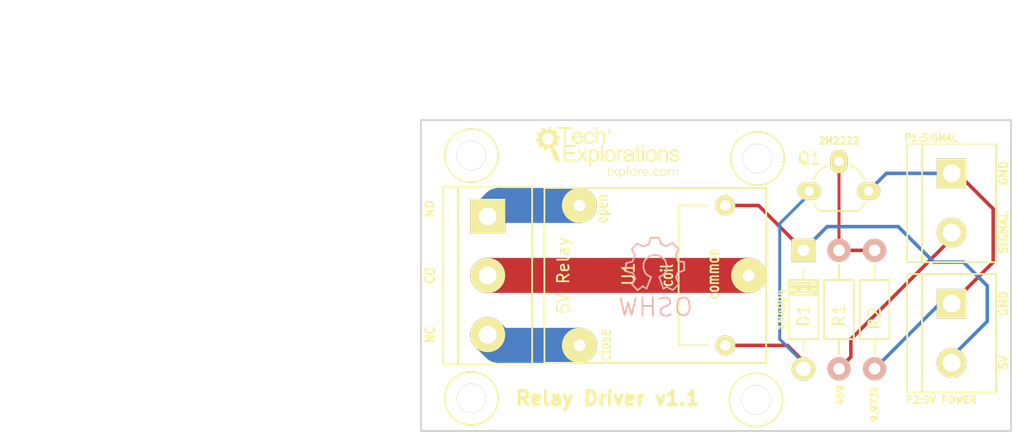
<source format=kicad_pcb>
(kicad_pcb (version 4) (host pcbnew 4.0.1-stable)

  (general
    (links 13)
    (no_connects 0)
    (area 102.286999 98.476999 152.983001 125.297001)
    (thickness 1.6)
    (drawings 17)
    (tracks 41)
    (zones 0)
    (modules 14)
    (nets 9)
  )

  (page A4)
  (layers
    (0 F.Cu signal)
    (31 B.Cu signal)
    (32 B.Adhes user)
    (33 F.Adhes user)
    (34 B.Paste user)
    (35 F.Paste user)
    (36 B.SilkS user)
    (37 F.SilkS user)
    (38 B.Mask user)
    (39 F.Mask user)
    (40 Dwgs.User user)
    (41 Cmts.User user)
    (42 Eco1.User user)
    (43 Eco2.User user)
    (44 Edge.Cuts user)
    (45 Margin user)
    (46 B.CrtYd user)
    (47 F.CrtYd user)
    (48 B.Fab user)
    (49 F.Fab user)
  )

  (setup
    (last_trace_width 0.25)
    (user_trace_width 0.3)
    (user_trace_width 0.35)
    (user_trace_width 0.4)
    (user_trace_width 0.45)
    (user_trace_width 0.5)
    (user_trace_width 2)
    (user_trace_width 3)
    (user_trace_width 4)
    (trace_clearance 0.2)
    (zone_clearance 0.4)
    (zone_45_only no)
    (trace_min 0.2)
    (segment_width 0.2)
    (edge_width 0.15)
    (via_size 0.6)
    (via_drill 0.4)
    (via_min_size 0.4)
    (via_min_drill 0.3)
    (uvia_size 0.3)
    (uvia_drill 0.1)
    (uvias_allowed no)
    (uvia_min_size 0.2)
    (uvia_min_drill 0.1)
    (pcb_text_width 0.3)
    (pcb_text_size 1.5 1.5)
    (mod_edge_width 0.15)
    (mod_text_size 1 1)
    (mod_text_width 0.15)
    (pad_size 3 3)
    (pad_drill 1)
    (pad_to_mask_clearance 0.2)
    (aux_axis_origin 0 0)
    (visible_elements 7FFFFFFF)
    (pcbplotparams
      (layerselection 0x010fc_80000001)
      (usegerberextensions true)
      (excludeedgelayer true)
      (linewidth 0.100000)
      (plotframeref false)
      (viasonmask false)
      (mode 1)
      (useauxorigin false)
      (hpglpennumber 1)
      (hpglpenspeed 20)
      (hpglpendiameter 15)
      (hpglpenoverlay 2)
      (psnegative false)
      (psa4output false)
      (plotreference true)
      (plotvalue true)
      (plotinvisibletext false)
      (padsonsilk false)
      (subtractmaskfromsilk false)
      (outputformat 1)
      (mirror false)
      (drillshape 0)
      (scaleselection 1)
      (outputdirectory "//vmware-host/Shared Folders/Downloads/RelayDriverV1.1/"))
  )

  (net 0 "")
  (net 1 "Net-(D1-Pad2)")
  (net 2 "Net-(D1-Pad1)")
  (net 3 GND)
  (net 4 /signal_in)
  (net 5 "Net-(Q1-Pad1)")
  (net 6 "Net-(P3-Pad1)")
  (net 7 "Net-(P3-Pad2)")
  (net 8 "Net-(P3-Pad3)")

  (net_class Default "This is the default net class."
    (clearance 0.2)
    (trace_width 0.25)
    (via_dia 0.6)
    (via_drill 0.4)
    (uvia_dia 0.3)
    (uvia_drill 0.1)
    (add_net /signal_in)
    (add_net GND)
    (add_net "Net-(D1-Pad1)")
    (add_net "Net-(D1-Pad2)")
    (add_net "Net-(P3-Pad1)")
    (add_net "Net-(P3-Pad2)")
    (add_net "Net-(P3-Pad3)")
    (add_net "Net-(Q1-Pad1)")
  )

  (module Connect:1pin (layer F.Cu) (tedit 57462BB7) (tstamp 57462B71)
    (at 131.064 122.555)
    (descr "module 1 pin (ou trou mecanique de percage)")
    (tags DEV)
    (fp_text reference REF** (at 0 -3.048) (layer F.SilkS) hide
      (effects (font (size 1 1) (thickness 0.15)))
    )
    (fp_text value 1pin (at 0 2.794) (layer F.Fab) hide
      (effects (font (size 1 1) (thickness 0.15)))
    )
    (fp_circle (center 0 0) (end 0 -2.286) (layer F.SilkS) (width 0.15))
    (pad 1 thru_hole circle (at 0 0) (size 2.5 2.5) (drill 2.5) (layers *.Cu *.Mask))
  )

  (module Connect:1pin (layer F.Cu) (tedit 57441487) (tstamp 57462B65)
    (at 131.191 101.854)
    (descr "module 1 pin (ou trou mecanique de percage)")
    (tags DEV)
    (fp_text reference REF** (at 0 -3.048) (layer F.SilkS) hide
      (effects (font (size 1 1) (thickness 0.15)))
    )
    (fp_text value 1pin (at 0 2.794) (layer F.Fab)
      (effects (font (size 1 1) (thickness 0.15)))
    )
    (fp_circle (center 0 0) (end 0 -2.286) (layer F.SilkS) (width 0.15))
    (pad 1 thru_hole circle (at 0 0) (size 2.5 2.5) (drill 2.5) (layers *.Cu *.Mask))
  )

  (module Connect:1pin (layer F.Cu) (tedit 57462BB3) (tstamp 57462715)
    (at 106.68 122.428)
    (descr "module 1 pin (ou trou mecanique de percage)")
    (tags DEV)
    (fp_text reference REF** (at 0 -3.048) (layer F.SilkS) hide
      (effects (font (size 1 1) (thickness 0.15)))
    )
    (fp_text value 1pin (at 0 2.794) (layer F.Fab) hide
      (effects (font (size 1 1) (thickness 0.15)))
    )
    (fp_circle (center 0 0) (end 0 -2.286) (layer F.SilkS) (width 0.15))
    (pad 1 thru_hole circle (at 0 0) (size 2.5 2.5) (drill 2.5) (layers *.Cu *.Mask))
  )

  (module Connect:1pin (layer F.Cu) (tedit 57441487) (tstamp 5744126E)
    (at 106.68 101.6)
    (descr "module 1 pin (ou trou mecanique de percage)")
    (tags DEV)
    (fp_text reference REF** (at 0 -3.048) (layer F.SilkS) hide
      (effects (font (size 1 1) (thickness 0.15)))
    )
    (fp_text value 1pin (at 0 2.794) (layer F.Fab)
      (effects (font (size 1 1) (thickness 0.15)))
    )
    (fp_circle (center 0 0) (end 0 -2.286) (layer F.SilkS) (width 0.15))
    (pad 1 thru_hole circle (at 0 0) (size 2.5 2.5) (drill 2.5) (layers *.Cu *.Mask))
  )

  (module Diodes_ThroughHole:Diode_DO-41_SOD81_Horizontal_RM10 (layer F.Cu) (tedit 57462C85) (tstamp 5743AF98)
    (at 135.128 109.728 270)
    (descr "Diode, DO-41, SOD81, Horizontal, RM 10mm,")
    (tags "Diode, DO-41, SOD81, Horizontal, RM 10mm, 1N4007, SB140,")
    (path /57438746)
    (fp_text reference D1 (at 5.588 0 270) (layer F.SilkS)
      (effects (font (size 1 1) (thickness 0.15)))
    )
    (fp_text value D (at 4.37134 -3.55854 270) (layer F.Fab)
      (effects (font (size 1 1) (thickness 0.15)))
    )
    (fp_line (start 7.62 -0.00254) (end 8.636 -0.00254) (layer F.SilkS) (width 0.15))
    (fp_line (start 2.794 -0.00254) (end 1.524 -0.00254) (layer F.SilkS) (width 0.15))
    (fp_line (start 3.048 -1.27254) (end 3.048 1.26746) (layer F.SilkS) (width 0.15))
    (fp_line (start 3.302 -1.27254) (end 3.302 1.26746) (layer F.SilkS) (width 0.15))
    (fp_line (start 3.556 -1.27254) (end 3.556 1.26746) (layer F.SilkS) (width 0.15))
    (fp_line (start 2.794 -1.27254) (end 2.794 1.26746) (layer F.SilkS) (width 0.15))
    (fp_line (start 3.81 -1.27254) (end 2.54 1.26746) (layer F.SilkS) (width 0.15))
    (fp_line (start 2.54 -1.27254) (end 3.81 1.26746) (layer F.SilkS) (width 0.15))
    (fp_line (start 3.81 -1.27254) (end 3.81 1.26746) (layer F.SilkS) (width 0.15))
    (fp_line (start 3.175 -1.27254) (end 3.175 1.26746) (layer F.SilkS) (width 0.15))
    (fp_line (start 2.54 1.26746) (end 2.54 -1.27254) (layer F.SilkS) (width 0.15))
    (fp_line (start 2.54 -1.27254) (end 7.62 -1.27254) (layer F.SilkS) (width 0.15))
    (fp_line (start 7.62 -1.27254) (end 7.62 1.26746) (layer F.SilkS) (width 0.15))
    (fp_line (start 7.62 1.26746) (end 2.54 1.26746) (layer F.SilkS) (width 0.15))
    (pad 2 thru_hole circle (at 10.16 -0.00254 90) (size 1.99898 1.99898) (drill 1.27) (layers *.Cu *.Mask F.SilkS)
      (net 1 "Net-(D1-Pad2)"))
    (pad 1 thru_hole rect (at 0 -0.00254 90) (size 1.99898 1.99898) (drill 1.00076) (layers *.Cu *.Mask F.SilkS)
      (net 2 "Net-(D1-Pad1)"))
  )

  (module Connect:bornier2 (layer F.Cu) (tedit 57613F07) (tstamp 5743AF9E)
    (at 147.828 105.664 270)
    (descr "Bornier d'alimentation 2 pins")
    (tags DEV)
    (path /574389C5)
    (fp_text reference P1:SIGNAL (at -5.588 1.778 360) (layer F.SilkS)
      (effects (font (size 0.6 0.6) (thickness 0.15)))
    )
    (fp_text value CONN_01X02 (at 0 5.08 270) (layer F.Fab) hide
      (effects (font (size 1 1) (thickness 0.15)))
    )
    (fp_line (start 5.08 2.54) (end -5.08 2.54) (layer F.SilkS) (width 0.15))
    (fp_line (start 5.08 3.81) (end 5.08 -3.81) (layer F.SilkS) (width 0.15))
    (fp_line (start 5.08 -3.81) (end -5.08 -3.81) (layer F.SilkS) (width 0.15))
    (fp_line (start -5.08 -3.81) (end -5.08 3.81) (layer F.SilkS) (width 0.15))
    (fp_line (start -5.08 3.81) (end 5.08 3.81) (layer F.SilkS) (width 0.15))
    (pad 1 thru_hole rect (at -2.54 0 270) (size 2.54 2.54) (drill 1.524) (layers *.Cu *.Mask F.SilkS)
      (net 3 GND))
    (pad 2 thru_hole circle (at 2.54 0 270) (size 2.54 2.54) (drill 1.524) (layers *.Cu *.Mask F.SilkS)
      (net 4 /signal_in))
    (model Connect.3dshapes/bornier2.wrl
      (at (xyz 0 0 0))
      (scale (xyz 1 1 1))
      (rotate (xyz 0 0 0))
    )
  )

  (module Connect:bornier2 (layer F.Cu) (tedit 57613F8D) (tstamp 5743AFA4)
    (at 147.828 116.84 270)
    (descr "Bornier d'alimentation 2 pins")
    (tags DEV)
    (path /5743A843)
    (fp_text reference "P2:5V POWER" (at 5.715 0.889 360) (layer F.SilkS)
      (effects (font (size 0.6 0.6) (thickness 0.15)))
    )
    (fp_text value CONN_01X02 (at 0 5.08 270) (layer F.Fab) hide
      (effects (font (size 1 1) (thickness 0.15)))
    )
    (fp_line (start 5.08 2.54) (end -5.08 2.54) (layer F.SilkS) (width 0.15))
    (fp_line (start 5.08 3.81) (end 5.08 -3.81) (layer F.SilkS) (width 0.15))
    (fp_line (start 5.08 -3.81) (end -5.08 -3.81) (layer F.SilkS) (width 0.15))
    (fp_line (start -5.08 -3.81) (end -5.08 3.81) (layer F.SilkS) (width 0.15))
    (fp_line (start -5.08 3.81) (end 5.08 3.81) (layer F.SilkS) (width 0.15))
    (pad 1 thru_hole rect (at -2.54 0 270) (size 2.54 2.54) (drill 1.524) (layers *.Cu *.Mask F.SilkS)
      (net 3 GND))
    (pad 2 thru_hole circle (at 2.54 0 270) (size 2.54 2.54) (drill 1.524) (layers *.Cu *.Mask F.SilkS)
      (net 2 "Net-(D1-Pad1)"))
    (model Connect.3dshapes/bornier2.wrl
      (at (xyz 0 0 0))
      (scale (xyz 1 1 1))
      (rotate (xyz 0 0 0))
    )
  )

  (module TO_SOT_Packages_THT:TO-92_Molded_Wide_Oval (layer F.Cu) (tedit 57613ED0) (tstamp 5743AFAB)
    (at 135.636 104.648)
    (descr "TO-92 leads molded, wide, oval pads, drill 0.8mm (see NXP sot054_po.pdf)")
    (tags "to-92 sc-43 sc-43a sot54 PA33 transistor")
    (path /57438641)
    (fp_text reference Q1 (at 0 -2.794) (layer F.SilkS)
      (effects (font (size 1 1) (thickness 0.15)))
    )
    (fp_text value 2N2222 (at 2.54 -4.318) (layer F.SilkS)
      (effects (font (size 0.6 0.6) (thickness 0.15)))
    )
    (fp_arc (start 2.54 0) (end 0.34 -1) (angle 41.11209044) (layer F.SilkS) (width 0.15))
    (fp_arc (start 2.54 0) (end 4.74 -1) (angle -41.11210221) (layer F.SilkS) (width 0.15))
    (fp_arc (start 2.54 0) (end 0.84 1.7) (angle 20.5) (layer F.SilkS) (width 0.15))
    (fp_arc (start 2.54 0) (end 4.24 1.7) (angle -20.5) (layer F.SilkS) (width 0.15))
    (fp_line (start -1.25 1.95) (end -1.25 -3.8) (layer F.CrtYd) (width 0.05))
    (fp_line (start -1.25 1.95) (end 6.35 1.95) (layer F.CrtYd) (width 0.05))
    (fp_line (start 0.84 1.7) (end 4.24 1.7) (layer F.SilkS) (width 0.15))
    (fp_line (start -1.25 -3.8) (end 6.35 -3.8) (layer F.CrtYd) (width 0.05))
    (fp_line (start 6.35 1.95) (end 6.35 -3.8) (layer F.CrtYd) (width 0.05))
    (pad 1 thru_hole oval (at 2.54 -2.54 90) (size 1.99898 1.50114) (drill 0.8) (layers *.Cu *.Mask F.SilkS)
      (net 5 "Net-(Q1-Pad1)"))
    (pad 2 thru_hole oval (at 0 0 90) (size 1.50114 1.99898) (drill 0.8) (layers *.Cu *.Mask F.SilkS)
      (net 1 "Net-(D1-Pad2)"))
    (pad 3 thru_hole oval (at 5.08 0 90) (size 1.50114 1.99898) (drill 0.8) (layers *.Cu *.Mask F.SilkS)
      (net 3 GND))
    (model TO_SOT_Packages_THT.3dshapes/TO-92_Molded_Wide_Oval.wrl
      (at (xyz 0.1 0 0))
      (scale (xyz 1 1 1))
      (rotate (xyz 0 0 -90))
    )
  )

  (module Resistors_ThroughHole:Resistor_Horizontal_RM10mm (layer F.Cu) (tedit 57462C88) (tstamp 5743AFB1)
    (at 138.176 114.808 270)
    (descr "Resistor, Axial,  RM 10mm, 1/3W,")
    (tags "Resistor, Axial, RM 10mm, 1/3W,")
    (path /57438682)
    (fp_text reference R1 (at 0.508 0 270) (layer F.SilkS)
      (effects (font (size 1 1) (thickness 0.15)))
    )
    (fp_text value R (at 3.81 3.81 270) (layer F.Fab)
      (effects (font (size 1 1) (thickness 0.15)))
    )
    (fp_line (start -2.54 -1.27) (end 2.54 -1.27) (layer F.SilkS) (width 0.15))
    (fp_line (start 2.54 -1.27) (end 2.54 1.27) (layer F.SilkS) (width 0.15))
    (fp_line (start 2.54 1.27) (end -2.54 1.27) (layer F.SilkS) (width 0.15))
    (fp_line (start -2.54 1.27) (end -2.54 -1.27) (layer F.SilkS) (width 0.15))
    (fp_line (start -2.54 0) (end -3.81 0) (layer F.SilkS) (width 0.15))
    (fp_line (start 2.54 0) (end 3.81 0) (layer F.SilkS) (width 0.15))
    (pad 1 thru_hole circle (at -5.08 0 270) (size 1.99898 1.99898) (drill 1.00076) (layers *.Cu *.SilkS *.Mask)
      (net 5 "Net-(Q1-Pad1)"))
    (pad 2 thru_hole circle (at 5.08 0 270) (size 1.99898 1.99898) (drill 1.00076) (layers *.Cu *.SilkS *.Mask)
      (net 4 /signal_in))
    (model Resistors_ThroughHole.3dshapes/Resistor_Horizontal_RM10mm.wrl
      (at (xyz 0 0 0))
      (scale (xyz 0.4 0.4 0.4))
      (rotate (xyz 0 0 0))
    )
  )

  (module Resistors_ThroughHole:Resistor_Horizontal_RM10mm (layer F.Cu) (tedit 57462C8D) (tstamp 5743AFB7)
    (at 141.224 114.808 270)
    (descr "Resistor, Axial,  RM 10mm, 1/3W,")
    (tags "Resistor, Axial, RM 10mm, 1/3W,")
    (path /5743870B)
    (fp_text reference R2 (at 0.762 0 270) (layer F.SilkS)
      (effects (font (size 1 1) (thickness 0.15)))
    )
    (fp_text value R (at 0 0.508 270) (layer F.Fab) hide
      (effects (font (size 1 1) (thickness 0.15)))
    )
    (fp_line (start -2.54 -1.27) (end 2.54 -1.27) (layer F.SilkS) (width 0.15))
    (fp_line (start 2.54 -1.27) (end 2.54 1.27) (layer F.SilkS) (width 0.15))
    (fp_line (start 2.54 1.27) (end -2.54 1.27) (layer F.SilkS) (width 0.15))
    (fp_line (start -2.54 1.27) (end -2.54 -1.27) (layer F.SilkS) (width 0.15))
    (fp_line (start -2.54 0) (end -3.81 0) (layer F.SilkS) (width 0.15))
    (fp_line (start 2.54 0) (end 3.81 0) (layer F.SilkS) (width 0.15))
    (pad 1 thru_hole circle (at -5.08 0 270) (size 1.99898 1.99898) (drill 1.00076) (layers *.Cu *.SilkS *.Mask)
      (net 5 "Net-(Q1-Pad1)"))
    (pad 2 thru_hole circle (at 5.08 0 270) (size 1.99898 1.99898) (drill 1.00076) (layers *.Cu *.SilkS *.Mask)
      (net 3 GND))
    (model Resistors_ThroughHole.3dshapes/Resistor_Horizontal_RM10mm.wrl
      (at (xyz 0 0 0))
      (scale (xyz 0.4 0.4 0.4))
      (rotate (xyz 0 0 0))
    )
  )

  (module bench_computer:SONGLE_5V_Relay (layer F.Cu) (tedit 57636793) (tstamp 5743AFCC)
    (at 122.936 111.379)
    (path /5743C2E5)
    (fp_text reference U1 (at -2.794 0.381 90) (layer F.SilkS)
      (effects (font (size 1 1) (thickness 0.15)))
    )
    (fp_text value 5V/10A_relay (at -0.508 -2.54) (layer F.SilkS) hide
      (effects (font (size 1 1) (thickness 0.15)))
    )
    (fp_text user close (at -4.826 6.477 90) (layer F.SilkS)
      (effects (font (size 1 0.7) (thickness 0.15)))
    )
    (fp_text user open (at -5.08 -5.207 90) (layer F.SilkS)
      (effects (font (size 1 0.7) (thickness 0.15)))
    )
    (fp_text user common (at 4.445 0.381 90) (layer F.SilkS)
      (effects (font (size 1 0.7) (thickness 0.15)))
    )
    (fp_text user coil (at 0.5 0.5 90) (layer F.SilkS)
      (effects (font (size 1 0.7) (thickness 0.15)))
    )
    (fp_line (start 4 -5.5) (end 1.5 -5.5) (layer F.SilkS) (width 0.15))
    (fp_line (start 1.5 -5.5) (end 1.5 6.5) (layer F.SilkS) (width 0.15))
    (fp_line (start 1.5 6.5) (end 4 6.5) (layer F.SilkS) (width 0.15))
    (fp_text user "5V Relay" (at -8.382 0.508 90) (layer F.SilkS)
      (effects (font (size 1 1) (thickness 0.15)))
    )
    (fp_line (start -10 -7) (end 9 -7) (layer F.SilkS) (width 0.15))
    (fp_line (start 9 -7) (end 9 8) (layer F.SilkS) (width 0.15))
    (fp_line (start 9 8) (end -10 8) (layer F.SilkS) (width 0.15))
    (fp_line (start -10 8) (end -10 -7) (layer F.SilkS) (width 0.15))
    (pad 4 thru_hole circle (at -7 -5.5) (size 3 3) (drill 1) (layers *.Cu *.Mask F.SilkS)
      (net 6 "Net-(P3-Pad1)"))
    (pad 5 thru_hole circle (at -7 6.5) (size 3 3) (drill 1) (layers *.Cu *.Mask F.SilkS)
      (net 8 "Net-(P3-Pad3)"))
    (pad 2 thru_hole circle (at 5.5 6.5) (size 1.7 1.7) (drill 0.9) (layers *.Cu *.Mask F.SilkS)
      (net 1 "Net-(D1-Pad2)"))
    (pad 3 thru_hole circle (at 7.5 0.5) (size 3 3) (drill 1) (layers *.Cu *.Mask F.SilkS)
      (net 7 "Net-(P3-Pad2)"))
    (pad 1 thru_hole circle (at 5.5 -5.5) (size 1.7 1.7) (drill 0.9) (layers *.Cu *.Mask F.SilkS)
      (net 2 "Net-(D1-Pad1)"))
  )

  (module Connect:bornier3 (layer F.Cu) (tedit 576137C7) (tstamp 5743B220)
    (at 108.077 111.887 270)
    (descr "Bornier d'alimentation 3 pins")
    (tags DEV)
    (path /5743C38F)
    (fp_text reference P3 (at 0 -5.08 270) (layer F.SilkS) hide
      (effects (font (size 1 1) (thickness 0.15)))
    )
    (fp_text value CONN_01X03 (at 0 5.08 270) (layer F.Fab) hide
      (effects (font (size 1 1) (thickness 0.15)))
    )
    (fp_line (start -7.62 3.81) (end -7.62 -3.81) (layer F.SilkS) (width 0.15))
    (fp_line (start 7.62 3.81) (end 7.62 -3.81) (layer F.SilkS) (width 0.15))
    (fp_line (start -7.62 2.54) (end 7.62 2.54) (layer F.SilkS) (width 0.15))
    (fp_line (start -7.62 -3.81) (end 7.62 -3.81) (layer F.SilkS) (width 0.15))
    (fp_line (start -7.62 3.81) (end 7.62 3.81) (layer F.SilkS) (width 0.15))
    (pad 1 thru_hole rect (at -5.08 0 270) (size 3 3) (drill 1.524) (layers *.Cu *.Mask F.SilkS)
      (net 6 "Net-(P3-Pad1)"))
    (pad 2 thru_hole circle (at 0 0 270) (size 3 3) (drill 1.524) (layers *.Cu *.Mask F.SilkS)
      (net 7 "Net-(P3-Pad2)"))
    (pad 3 thru_hole circle (at 5.08 0 270) (size 3 3) (drill 1.524) (layers *.Cu *.Mask F.SilkS)
      (net 8 "Net-(P3-Pad3)"))
    (model Connect.3dshapes/bornier3.wrl
      (at (xyz 0 0 0))
      (scale (xyz 1 1 1))
      (rotate (xyz 0 0 0))
    )
  )

  (module Symbols:Symbol_OSHW-Logo_SilkScreen (layer B.Cu) (tedit 57440603) (tstamp 574401B8)
    (at 122.428 111.125 180)
    (descr "Symbol, OSHW-Logo, Silk Screen,")
    (tags "Symbol, OSHW-Logo, Silk Screen,")
    (fp_text reference REF** (at 0.09906 4.38912 180) (layer B.SilkS) hide
      (effects (font (size 1 1) (thickness 0.15)) (justify mirror))
    )
    (fp_text value Symbol_OSHW-Logo_SilkScreen (at 0.30988 -6.56082 180) (layer B.Fab) hide
      (effects (font (size 1 1) (thickness 0.15)) (justify mirror))
    )
    (fp_line (start 1.66878 -2.68986) (end 2.02946 -4.16052) (layer B.SilkS) (width 0.15))
    (fp_line (start 2.02946 -4.16052) (end 2.30886 -3.0988) (layer B.SilkS) (width 0.15))
    (fp_line (start 2.30886 -3.0988) (end 2.61874 -4.17068) (layer B.SilkS) (width 0.15))
    (fp_line (start 2.61874 -4.17068) (end 2.9591 -2.72034) (layer B.SilkS) (width 0.15))
    (fp_line (start 0.24892 -3.38074) (end 1.03886 -3.37058) (layer B.SilkS) (width 0.15))
    (fp_line (start 1.03886 -3.37058) (end 1.04902 -3.38074) (layer B.SilkS) (width 0.15))
    (fp_line (start 1.04902 -3.38074) (end 1.04902 -3.37058) (layer B.SilkS) (width 0.15))
    (fp_line (start 1.08966 -2.65938) (end 1.08966 -4.20116) (layer B.SilkS) (width 0.15))
    (fp_line (start 0.20066 -2.64922) (end 0.20066 -4.21894) (layer B.SilkS) (width 0.15))
    (fp_line (start 0.20066 -4.21894) (end 0.21082 -4.20878) (layer B.SilkS) (width 0.15))
    (fp_line (start -0.35052 -2.75082) (end -0.70104 -2.66954) (layer B.SilkS) (width 0.15))
    (fp_line (start -0.70104 -2.66954) (end -1.02108 -2.65938) (layer B.SilkS) (width 0.15))
    (fp_line (start -1.02108 -2.65938) (end -1.25984 -2.86004) (layer B.SilkS) (width 0.15))
    (fp_line (start -1.25984 -2.86004) (end -1.29032 -3.12928) (layer B.SilkS) (width 0.15))
    (fp_line (start -1.29032 -3.12928) (end -1.04902 -3.37058) (layer B.SilkS) (width 0.15))
    (fp_line (start -1.04902 -3.37058) (end -0.6604 -3.50012) (layer B.SilkS) (width 0.15))
    (fp_line (start -0.6604 -3.50012) (end -0.48006 -3.66014) (layer B.SilkS) (width 0.15))
    (fp_line (start -0.48006 -3.66014) (end -0.43942 -3.95986) (layer B.SilkS) (width 0.15))
    (fp_line (start -0.43942 -3.95986) (end -0.67056 -4.18084) (layer B.SilkS) (width 0.15))
    (fp_line (start -0.67056 -4.18084) (end -0.9906 -4.20878) (layer B.SilkS) (width 0.15))
    (fp_line (start -0.9906 -4.20878) (end -1.34112 -4.09956) (layer B.SilkS) (width 0.15))
    (fp_line (start -2.37998 -2.64922) (end -2.6289 -2.66954) (layer B.SilkS) (width 0.15))
    (fp_line (start -2.6289 -2.66954) (end -2.8702 -2.91084) (layer B.SilkS) (width 0.15))
    (fp_line (start -2.8702 -2.91084) (end -2.9591 -3.40106) (layer B.SilkS) (width 0.15))
    (fp_line (start -2.9591 -3.40106) (end -2.93116 -3.74904) (layer B.SilkS) (width 0.15))
    (fp_line (start -2.93116 -3.74904) (end -2.7305 -4.06908) (layer B.SilkS) (width 0.15))
    (fp_line (start -2.7305 -4.06908) (end -2.47904 -4.191) (layer B.SilkS) (width 0.15))
    (fp_line (start -2.47904 -4.191) (end -2.16916 -4.11988) (layer B.SilkS) (width 0.15))
    (fp_line (start -2.16916 -4.11988) (end -1.95072 -3.93954) (layer B.SilkS) (width 0.15))
    (fp_line (start -1.95072 -3.93954) (end -1.8796 -3.4798) (layer B.SilkS) (width 0.15))
    (fp_line (start -1.8796 -3.4798) (end -1.9304 -3.07086) (layer B.SilkS) (width 0.15))
    (fp_line (start -1.9304 -3.07086) (end -2.03962 -2.78892) (layer B.SilkS) (width 0.15))
    (fp_line (start -2.03962 -2.78892) (end -2.4003 -2.65938) (layer B.SilkS) (width 0.15))
    (fp_line (start -1.78054 -0.92964) (end -2.03962 -1.49098) (layer B.SilkS) (width 0.15))
    (fp_line (start -2.03962 -1.49098) (end -1.50114 -2.00914) (layer B.SilkS) (width 0.15))
    (fp_line (start -1.50114 -2.00914) (end -0.98044 -1.7399) (layer B.SilkS) (width 0.15))
    (fp_line (start -0.98044 -1.7399) (end -0.70104 -1.89992) (layer B.SilkS) (width 0.15))
    (fp_line (start 0.73914 -1.8796) (end 1.06934 -1.6891) (layer B.SilkS) (width 0.15))
    (fp_line (start 1.06934 -1.6891) (end 1.50876 -2.0193) (layer B.SilkS) (width 0.15))
    (fp_line (start 1.50876 -2.0193) (end 1.9812 -1.52908) (layer B.SilkS) (width 0.15))
    (fp_line (start 1.9812 -1.52908) (end 1.69926 -1.04902) (layer B.SilkS) (width 0.15))
    (fp_line (start 1.69926 -1.04902) (end 1.88976 -0.57912) (layer B.SilkS) (width 0.15))
    (fp_line (start 1.88976 -0.57912) (end 2.49936 -0.39116) (layer B.SilkS) (width 0.15))
    (fp_line (start 2.49936 -0.39116) (end 2.49936 0.28956) (layer B.SilkS) (width 0.15))
    (fp_line (start 2.49936 0.28956) (end 1.94056 0.42926) (layer B.SilkS) (width 0.15))
    (fp_line (start 1.94056 0.42926) (end 1.7399 1.00076) (layer B.SilkS) (width 0.15))
    (fp_line (start 1.7399 1.00076) (end 2.00914 1.47066) (layer B.SilkS) (width 0.15))
    (fp_line (start 2.00914 1.47066) (end 1.53924 1.9812) (layer B.SilkS) (width 0.15))
    (fp_line (start 1.53924 1.9812) (end 1.02108 1.71958) (layer B.SilkS) (width 0.15))
    (fp_line (start 1.02108 1.71958) (end 0.55118 1.92024) (layer B.SilkS) (width 0.15))
    (fp_line (start 0.55118 1.92024) (end 0.381 2.46126) (layer B.SilkS) (width 0.15))
    (fp_line (start 0.381 2.46126) (end -0.30988 2.47904) (layer B.SilkS) (width 0.15))
    (fp_line (start -0.30988 2.47904) (end -0.5207 1.9304) (layer B.SilkS) (width 0.15))
    (fp_line (start -0.5207 1.9304) (end -0.9398 1.76022) (layer B.SilkS) (width 0.15))
    (fp_line (start -0.9398 1.76022) (end -1.49098 2.02946) (layer B.SilkS) (width 0.15))
    (fp_line (start -1.49098 2.02946) (end -2.00914 1.50114) (layer B.SilkS) (width 0.15))
    (fp_line (start -2.00914 1.50114) (end -1.76022 0.96012) (layer B.SilkS) (width 0.15))
    (fp_line (start -1.76022 0.96012) (end -1.9304 0.48006) (layer B.SilkS) (width 0.15))
    (fp_line (start -1.9304 0.48006) (end -2.47904 0.381) (layer B.SilkS) (width 0.15))
    (fp_line (start -2.47904 0.381) (end -2.4892 -0.32004) (layer B.SilkS) (width 0.15))
    (fp_line (start -2.4892 -0.32004) (end -1.9304 -0.5207) (layer B.SilkS) (width 0.15))
    (fp_line (start -1.9304 -0.5207) (end -1.7907 -0.91948) (layer B.SilkS) (width 0.15))
    (fp_line (start 0.35052 -0.89916) (end 0.65024 -0.7493) (layer B.SilkS) (width 0.15))
    (fp_line (start 0.65024 -0.7493) (end 0.8509 -0.55118) (layer B.SilkS) (width 0.15))
    (fp_line (start 0.8509 -0.55118) (end 1.00076 -0.14986) (layer B.SilkS) (width 0.15))
    (fp_line (start 1.00076 -0.14986) (end 1.00076 0.24892) (layer B.SilkS) (width 0.15))
    (fp_line (start 1.00076 0.24892) (end 0.8509 0.59944) (layer B.SilkS) (width 0.15))
    (fp_line (start 0.8509 0.59944) (end 0.39878 0.94996) (layer B.SilkS) (width 0.15))
    (fp_line (start 0.39878 0.94996) (end -0.0508 1.00076) (layer B.SilkS) (width 0.15))
    (fp_line (start -0.0508 1.00076) (end -0.44958 0.89916) (layer B.SilkS) (width 0.15))
    (fp_line (start -0.44958 0.89916) (end -0.8509 0.55118) (layer B.SilkS) (width 0.15))
    (fp_line (start -0.8509 0.55118) (end -1.00076 0.09906) (layer B.SilkS) (width 0.15))
    (fp_line (start -1.00076 0.09906) (end -0.94996 -0.39878) (layer B.SilkS) (width 0.15))
    (fp_line (start -0.94996 -0.39878) (end -0.70104 -0.70104) (layer B.SilkS) (width 0.15))
    (fp_line (start -0.70104 -0.70104) (end -0.35052 -0.89916) (layer B.SilkS) (width 0.15))
    (fp_line (start -0.35052 -0.89916) (end -0.70104 -1.89992) (layer B.SilkS) (width 0.15))
    (fp_line (start 0.35052 -0.89916) (end 0.7493 -1.89992) (layer B.SilkS) (width 0.15))
  )

  (module "Kicad Logos:TE_Logo_12mm" (layer F.Cu) (tedit 0) (tstamp 574410EE)
    (at 118.364 101.219)
    (fp_text reference G*** (at 0 0) (layer F.SilkS) hide
      (effects (font (thickness 0.3)))
    )
    (fp_text value LOGO (at 0.75 0) (layer F.SilkS) hide
      (effects (font (thickness 0.3)))
    )
    (fp_poly (pts (xy 1.269569 1.555625) (xy 1.313533 1.565064) (xy 1.353471 1.581332) (xy 1.390473 1.604858)
      (xy 1.421187 1.631626) (xy 1.439311 1.650496) (xy 1.452801 1.66745) (xy 1.463971 1.685658)
      (xy 1.471487 1.700508) (xy 1.489984 1.748825) (xy 1.50013 1.798463) (xy 1.501922 1.848652)
      (xy 1.495361 1.898624) (xy 1.480442 1.947609) (xy 1.472034 1.966969) (xy 1.449782 2.004424)
      (xy 1.420774 2.038297) (xy 1.386635 2.066959) (xy 1.351342 2.087686) (xy 1.308015 2.104257)
      (xy 1.263255 2.11403) (xy 1.218165 2.1172) (xy 1.173848 2.113965) (xy 1.131408 2.104519)
      (xy 1.091948 2.089059) (xy 1.056571 2.067782) (xy 1.026381 2.040882) (xy 1.015564 2.028022)
      (xy 1.000932 2.008976) (xy 0.999809 2.188386) (xy 0.998685 2.367796) (xy 0.929898 2.367796)
      (xy 0.929898 1.833671) (xy 0.994526 1.833671) (xy 0.998636 1.8763) (xy 1.010344 1.916012)
      (xy 1.028926 1.952087) (xy 1.053653 1.983808) (xy 1.083801 2.010453) (xy 1.118642 2.031306)
      (xy 1.157452 2.045647) (xy 1.199503 2.052757) (xy 1.216481 2.053414) (xy 1.242545 2.052421)
      (xy 1.265916 2.049543) (xy 1.278905 2.046587) (xy 1.319208 2.030491) (xy 1.353917 2.007929)
      (xy 1.382749 1.979216) (xy 1.405419 1.944665) (xy 1.421643 1.904589) (xy 1.427139 1.883097)
      (xy 1.432073 1.85316) (xy 1.432929 1.82625) (xy 1.429705 1.797995) (xy 1.427089 1.784457)
      (xy 1.414187 1.742443) (xy 1.394613 1.705517) (xy 1.368972 1.674172) (xy 1.337873 1.648902)
      (xy 1.301923 1.630198) (xy 1.26173 1.618552) (xy 1.2179 1.614459) (xy 1.217427 1.614458)
      (xy 1.17551 1.618419) (xy 1.136043 1.629908) (xy 1.099826 1.648139) (xy 1.06766 1.672323)
      (xy 1.040347 1.701672) (xy 1.018687 1.7354) (xy 1.003481 1.772717) (xy 0.99553 1.812837)
      (xy 0.994526 1.833671) (xy 0.929898 1.833671) (xy 0.929898 1.567051) (xy 0.99878 1.567051)
      (xy 0.99878 1.612254) (xy 0.999097 1.63081) (xy 0.999955 1.645674) (xy 1.001212 1.655069)
      (xy 1.002357 1.657457) (xy 1.006729 1.654067) (xy 1.011939 1.646239) (xy 1.021633 1.633052)
      (xy 1.03685 1.617887) (xy 1.055394 1.602582) (xy 1.07507 1.588971) (xy 1.09097 1.580142)
      (xy 1.123159 1.566739) (xy 1.15467 1.558127) (xy 1.188613 1.553645) (xy 1.220491 1.552586)
      (xy 1.269569 1.555625)) (layer F.SilkS) (width 0.01))
    (fp_poly (pts (xy 0.104316 1.487406) (xy 0.105475 1.564898) (xy 0.18189 1.566074) (xy 0.258305 1.567249)
      (xy 0.258305 1.627322) (xy 0.102984 1.627322) (xy 0.104229 1.818588) (xy 0.104537 1.864177)
      (xy 0.10484 1.90195) (xy 0.105178 1.932703) (xy 0.105591 1.957228) (xy 0.106119 1.97632)
      (xy 0.106803 1.990774) (xy 0.107681 2.001385) (xy 0.108794 2.008945) (xy 0.110183 2.014251)
      (xy 0.111886 2.018095) (xy 0.113945 2.021273) (xy 0.114481 2.022003) (xy 0.124413 2.032853)
      (xy 0.136565 2.043035) (xy 0.137719 2.043839) (xy 0.154535 2.050837) (xy 0.176829 2.053562)
      (xy 0.202587 2.051983) (xy 0.229791 2.046066) (xy 0.232091 2.045366) (xy 0.246314 2.041141)
      (xy 0.254225 2.039615) (xy 0.257661 2.040712) (xy 0.25846 2.04429) (xy 0.258965 2.052351)
      (xy 0.260098 2.065558) (xy 0.261093 2.075832) (xy 0.26357 2.100291) (xy 0.246946 2.104697)
      (xy 0.212235 2.112821) (xy 0.183134 2.11703) (xy 0.157642 2.117436) (xy 0.133758 2.114151)
      (xy 0.123461 2.111626) (xy 0.094044 2.099361) (xy 0.069777 2.080577) (xy 0.051481 2.056137)
      (xy 0.039975 2.026904) (xy 0.039012 2.022754) (xy 0.037836 2.012727) (xy 0.036814 1.994665)
      (xy 0.035958 1.969143) (xy 0.035281 1.936735) (xy 0.034794 1.898016) (xy 0.034512 1.853561)
      (xy 0.034441 1.814381) (xy 0.034441 1.627322) (xy -0.081797 1.627322) (xy -0.081797 1.567051)
      (xy 0.034441 1.567051) (xy 0.034441 1.412723) (xy 0.068799 1.411319) (xy 0.103156 1.409915)
      (xy 0.104316 1.487406)) (layer F.SilkS) (width 0.01))
    (fp_poly (pts (xy 2.240529 1.556234) (xy 2.288058 1.567405) (xy 2.331258 1.585595) (xy 2.369666 1.610449)
      (xy 2.402817 1.641617) (xy 2.430247 1.678747) (xy 2.451492 1.721485) (xy 2.464118 1.761054)
      (xy 2.469029 1.79019) (xy 2.471082 1.824091) (xy 2.470308 1.859412) (xy 2.466741 1.892809)
      (xy 2.462629 1.913139) (xy 2.446956 1.958043) (xy 2.424505 1.998291) (xy 2.396 2.033457)
      (xy 2.362163 2.063113) (xy 2.323717 2.086832) (xy 2.281385 2.104187) (xy 2.235891 2.114749)
      (xy 2.187958 2.118093) (xy 2.138307 2.11379) (xy 2.126712 2.111672) (xy 2.084289 2.10048)
      (xy 2.047526 2.084602) (xy 2.014227 2.062874) (xy 1.984406 2.036364) (xy 1.954614 2.000608)
      (xy 1.932006 1.960165) (xy 1.916634 1.915175) (xy 1.908553 1.865779) (xy 1.907227 1.834816)
      (xy 1.907849 1.826138) (xy 1.975488 1.826138) (xy 1.97814 1.868715) (xy 1.988429 1.911254)
      (xy 1.999992 1.939894) (xy 2.018734 1.970381) (xy 2.043982 1.998178) (xy 2.073842 2.021747)
      (xy 2.106418 2.039549) (xy 2.134024 2.048809) (xy 2.150502 2.051253) (xy 2.172321 2.052585)
      (xy 2.196282 2.052801) (xy 2.219186 2.051897) (xy 2.237837 2.049867) (xy 2.242468 2.048959)
      (xy 2.278088 2.036476) (xy 2.312491 2.015952) (xy 2.335816 1.99663) (xy 2.36351 1.965023)
      (xy 2.383884 1.929011) (xy 2.396785 1.888964) (xy 2.402059 1.845251) (xy 2.402186 1.837407)
      (xy 2.398912 1.792259) (xy 2.388777 1.751985) (xy 2.371535 1.715943) (xy 2.346939 1.683493)
      (xy 2.340056 1.67631) (xy 2.307291 1.64901) (xy 2.27136 1.629673) (xy 2.231972 1.618178)
      (xy 2.189136 1.614406) (xy 2.146025 1.618229) (xy 2.106661 1.629775) (xy 2.070752 1.649165)
      (xy 2.038215 1.67631) (xy 2.011835 1.70861) (xy 1.992486 1.745042) (xy 1.98032 1.784566)
      (xy 1.975488 1.826138) (xy 1.907849 1.826138) (xy 1.910948 1.782978) (xy 1.922019 1.735251)
      (xy 1.940004 1.692072) (xy 1.964466 1.653879) (xy 1.994969 1.621109) (xy 2.031075 1.5942)
      (xy 2.072349 1.573588) (xy 2.118354 1.559711) (xy 2.168653 1.553007) (xy 2.189136 1.552431)
      (xy 2.240529 1.556234)) (layer F.SilkS) (width 0.01))
    (fp_poly (pts (xy 3.283486 1.555102) (xy 3.32414 1.563646) (xy 3.360583 1.57864) (xy 3.394008 1.600546)
      (xy 3.418547 1.62252) (xy 3.446411 1.655533) (xy 3.467289 1.691993) (xy 3.481487 1.732685)
      (xy 3.489308 1.778395) (xy 3.491085 1.809392) (xy 3.491928 1.851186) (xy 3.03939 1.851186)
      (xy 3.03939 1.863197) (xy 3.040479 1.873969) (xy 3.043286 1.88911) (xy 3.045982 1.900516)
      (xy 3.06004 1.93891) (xy 3.080851 1.973883) (xy 3.107358 2.004104) (xy 3.138502 2.02824)
      (xy 3.154236 2.037001) (xy 3.16805 2.043379) (xy 3.180196 2.047585) (xy 3.193375 2.050189)
      (xy 3.21029 2.051762) (xy 3.22843 2.052664) (xy 3.262022 2.052726) (xy 3.29043 2.049432)
      (xy 3.316635 2.042153) (xy 3.343621 2.030263) (xy 3.349514 2.027202) (xy 3.36889 2.014962)
      (xy 3.388669 1.999221) (xy 3.406012 1.98244) (xy 3.417149 1.968551) (xy 3.42044 1.963965)
      (xy 3.423772 1.962) (xy 3.428505 1.963303) (xy 3.436002 1.968519) (xy 3.447622 1.978295)
      (xy 3.459439 1.988638) (xy 3.475045 2.00234) (xy 3.463224 2.019397) (xy 3.440293 2.046735)
      (xy 3.412219 2.069441) (xy 3.377906 2.088271) (xy 3.344063 2.101442) (xy 3.323283 2.107884)
      (xy 3.304926 2.112096) (xy 3.285603 2.114642) (xy 3.261926 2.116091) (xy 3.254828 2.116351)
      (xy 3.21927 2.116448) (xy 3.190952 2.114162) (xy 3.179305 2.112042) (xy 3.132061 2.097386)
      (xy 3.090804 2.07658) (xy 3.055365 2.049495) (xy 3.025579 2.016002) (xy 3.001278 1.975972)
      (xy 3.000646 1.974698) (xy 2.985001 1.934533) (xy 2.974833 1.889817) (xy 2.9704 1.842843)
      (xy 2.971955 1.795907) (xy 2.972723 1.790915) (xy 3.038432 1.790915) (xy 3.22847 1.790915)
      (xy 3.274507 1.790884) (xy 3.312659 1.790775) (xy 3.343653 1.790563) (xy 3.368212 1.790225)
      (xy 3.387062 1.789736) (xy 3.400928 1.789072) (xy 3.410536 1.78821) (xy 3.416611 1.787124)
      (xy 3.419878 1.785792) (xy 3.420966 1.784507) (xy 3.421563 1.774915) (xy 3.419093 1.760035)
      (xy 3.414213 1.742342) (xy 3.407581 1.724311) (xy 3.401572 1.711523) (xy 3.381947 1.683117)
      (xy 3.355745 1.657927) (xy 3.324799 1.637315) (xy 3.29094 1.622642) (xy 3.276659 1.618663)
      (xy 3.244365 1.614516) (xy 3.210049 1.615897) (xy 3.177001 1.622459) (xy 3.152677 1.631698)
      (xy 3.124585 1.649336) (xy 3.09826 1.672952) (xy 3.075159 1.700676) (xy 3.056738 1.730638)
      (xy 3.044455 1.760968) (xy 3.041224 1.774771) (xy 3.038432 1.790915) (xy 2.972723 1.790915)
      (xy 2.977032 1.762932) (xy 2.990664 1.718238) (xy 3.01152 1.677019) (xy 3.038808 1.640171)
      (xy 3.071735 1.608586) (xy 3.10951 1.58316) (xy 3.151342 1.564788) (xy 3.152797 1.564307)
      (xy 3.170934 1.558876) (xy 3.187269 1.555407) (xy 3.20486 1.553476) (xy 3.226764 1.552657)
      (xy 3.237424 1.552546) (xy 3.283486 1.555102)) (layer F.SilkS) (width 0.01))
    (fp_poly (pts (xy 4.236395 1.553814) (xy 4.266237 1.558614) (xy 4.294715 1.567656) (xy 4.325253 1.58177)
      (xy 4.327425 1.582901) (xy 4.340318 1.590536) (xy 4.355025 1.600605) (xy 4.370073 1.611905)
      (xy 4.383989 1.623233) (xy 4.395299 1.633388) (xy 4.40253 1.641166) (xy 4.404208 1.645366)
      (xy 4.404102 1.645476) (xy 4.399853 1.6488) (xy 4.390601 1.655883) (xy 4.378214 1.665296)
      (xy 4.376101 1.666897) (xy 4.350253 1.686467) (xy 4.326593 1.665237) (xy 4.293064 1.640465)
      (xy 4.257073 1.623836) (xy 4.219153 1.61542) (xy 4.17984 1.61529) (xy 4.13967 1.623515)
      (xy 4.107438 1.636083) (xy 4.080289 1.652616) (xy 4.054115 1.675223) (xy 4.031318 1.701482)
      (xy 4.014302 1.728978) (xy 4.013504 1.730644) (xy 3.99859 1.771407) (xy 3.991187 1.813338)
      (xy 3.9911 1.855256) (xy 3.998136 1.895981) (xy 4.012102 1.934335) (xy 4.032805 1.969137)
      (xy 4.057047 1.996455) (xy 4.088866 2.021955) (xy 4.121937 2.039556) (xy 4.15769 2.049776)
      (xy 4.197554 2.053138) (xy 4.211782 2.052834) (xy 4.248427 2.047517) (xy 4.282207 2.034652)
      (xy 4.314128 2.013801) (xy 4.326784 2.002962) (xy 4.350635 1.981125) (xy 4.37414 2.000569)
      (xy 4.386004 2.01097) (xy 4.394873 2.019847) (xy 4.398897 2.025342) (xy 4.398933 2.025472)
      (xy 4.396501 2.031695) (xy 4.388233 2.041177) (xy 4.375636 2.052677) (xy 4.360215 2.064954)
      (xy 4.343476 2.076767) (xy 4.326922 2.086874) (xy 4.320152 2.090429) (xy 4.277155 2.106938)
      (xy 4.231116 2.115861) (xy 4.183347 2.117043) (xy 4.141491 2.111672) (xy 4.099069 2.10048)
      (xy 4.062306 2.084602) (xy 4.029007 2.062874) (xy 3.999186 2.036364) (xy 3.969394 2.000608)
      (xy 3.946785 1.960165) (xy 3.931414 1.915175) (xy 3.923333 1.865779) (xy 3.922007 1.834816)
      (xy 3.925732 1.783179) (xy 3.936805 1.735558) (xy 3.954774 1.692409) (xy 3.979185 1.654187)
      (xy 4.009588 1.621352) (xy 4.045528 1.594358) (xy 4.086554 1.573662) (xy 4.132213 1.559723)
      (xy 4.182052 1.552995) (xy 4.201763 1.552425) (xy 4.236395 1.553814)) (layer F.SilkS) (width 0.01))
    (fp_poly (pts (xy 4.81497 1.556234) (xy 4.862499 1.567405) (xy 4.905699 1.585595) (xy 4.944107 1.610449)
      (xy 4.977258 1.641617) (xy 5.004688 1.678747) (xy 5.025933 1.721485) (xy 5.038559 1.761054)
      (xy 5.04347 1.79019) (xy 5.045522 1.824091) (xy 5.044749 1.859412) (xy 5.041182 1.892809)
      (xy 5.03707 1.913139) (xy 5.021396 1.958043) (xy 4.998946 1.998291) (xy 4.97044 2.033457)
      (xy 4.936603 2.063113) (xy 4.898157 2.086832) (xy 4.855826 2.104187) (xy 4.810332 2.114749)
      (xy 4.762398 2.118093) (xy 4.712748 2.11379) (xy 4.701152 2.111672) (xy 4.65873 2.10048)
      (xy 4.621967 2.084602) (xy 4.588668 2.062874) (xy 4.558847 2.036364) (xy 4.529055 2.000608)
      (xy 4.506446 1.960165) (xy 4.491075 1.915175) (xy 4.482994 1.865779) (xy 4.481668 1.834816)
      (xy 4.48229 1.826138) (xy 4.549928 1.826138) (xy 4.552581 1.868715) (xy 4.56287 1.911254)
      (xy 4.574432 1.939894) (xy 4.593175 1.970381) (xy 4.618423 1.998178) (xy 4.648282 2.021747)
      (xy 4.680858 2.039549) (xy 4.708465 2.048809) (xy 4.724943 2.051253) (xy 4.746762 2.052585)
      (xy 4.770722 2.052801) (xy 4.793627 2.051897) (xy 4.812277 2.049867) (xy 4.816909 2.048959)
      (xy 4.852529 2.036476) (xy 4.886932 2.015952) (xy 4.910257 1.99663) (xy 4.937951 1.965023)
      (xy 4.958325 1.929011) (xy 4.971226 1.888964) (xy 4.9765 1.845251) (xy 4.976627 1.837407)
      (xy 4.973353 1.792259) (xy 4.963218 1.751985) (xy 4.945976 1.715943) (xy 4.921379 1.683493)
      (xy 4.914497 1.67631) (xy 4.881731 1.64901) (xy 4.8458 1.629673) (xy 4.806413 1.618178)
      (xy 4.763576 1.614406) (xy 4.720466 1.618229) (xy 4.681102 1.629775) (xy 4.645193 1.649165)
      (xy 4.612655 1.67631) (xy 4.586276 1.70861) (xy 4.566927 1.745042) (xy 4.554761 1.784566)
      (xy 4.549928 1.826138) (xy 4.48229 1.826138) (xy 4.485388 1.782978) (xy 4.496459 1.735251)
      (xy 4.514444 1.692072) (xy 4.538907 1.653879) (xy 4.569409 1.621109) (xy 4.605516 1.5942)
      (xy 4.64679 1.573588) (xy 4.692795 1.559711) (xy 4.743093 1.553007) (xy 4.763576 1.552431)
      (xy 4.81497 1.556234)) (layer F.SilkS) (width 0.01))
    (fp_poly (pts (xy 3.717594 2.000495) (xy 3.726095 2.003758) (xy 3.741325 2.014433) (xy 3.75218 2.030494)
      (xy 3.757839 2.049484) (xy 3.757481 2.068947) (xy 3.752515 2.082844) (xy 3.740042 2.097146)
      (xy 3.722856 2.10625) (xy 3.703419 2.109698) (xy 3.684192 2.107035) (xy 3.668344 2.098414)
      (xy 3.65521 2.082469) (xy 3.648902 2.063909) (xy 3.649209 2.044698) (xy 3.655923 2.026804)
      (xy 3.668832 2.012192) (xy 3.678158 2.006429) (xy 3.693476 1.999942) (xy 3.705375 1.998033)
      (xy 3.717594 2.000495)) (layer F.SilkS) (width 0.01))
    (fp_poly (pts (xy 0.780302 1.593957) (xy 0.758887 1.621294) (xy 0.736884 1.649632) (xy 0.714928 1.67813)
      (xy 0.693652 1.705949) (xy 0.673691 1.732247) (xy 0.65568 1.756186) (xy 0.640253 1.776923)
      (xy 0.628044 1.793619) (xy 0.619688 1.805434) (xy 0.61582 1.811527) (xy 0.615627 1.812083)
      (xy 0.618201 1.81618) (xy 0.625498 1.826195) (xy 0.636878 1.841311) (xy 0.651703 1.860707)
      (xy 0.669335 1.883566) (xy 0.689135 1.909068) (xy 0.710464 1.936395) (xy 0.732684 1.964728)
      (xy 0.755156 1.993248) (xy 0.777242 2.021136) (xy 0.798302 2.047574) (xy 0.817698 2.071742)
      (xy 0.829959 2.08689) (xy 0.844834 2.105186) (xy 0.798036 2.105036) (xy 0.751237 2.104885)
      (xy 0.658828 1.984443) (xy 0.637296 1.956536) (xy 0.617348 1.93098) (xy 0.599598 1.90854)
      (xy 0.58466 1.889981) (xy 0.57315 1.876066) (xy 0.565683 1.867562) (xy 0.562932 1.865164)
      (xy 0.559605 1.868756) (xy 0.551728 1.878437) (xy 0.539921 1.893412) (xy 0.524802 1.912882)
      (xy 0.506992 1.936053) (xy 0.487108 1.962127) (xy 0.47002 1.98468) (xy 0.380595 2.103034)
      (xy 0.338823 2.104266) (xy 0.321051 2.104574) (xy 0.307039 2.104405) (xy 0.298635 2.103806)
      (xy 0.297051 2.103236) (xy 0.29959 2.099448) (xy 0.30684 2.089571) (xy 0.318252 2.074331)
      (xy 0.333275 2.054455) (xy 0.351359 2.03067) (xy 0.371955 2.003703) (xy 0.394511 1.974279)
      (xy 0.404918 1.960739) (xy 0.428269 1.930315) (xy 0.449985 1.901895) (xy 0.4695 1.876229)
      (xy 0.486249 1.854066) (xy 0.499667 1.836153) (xy 0.50919 1.823241) (xy 0.514252 1.816077)
      (xy 0.514912 1.81496) (xy 0.512846 1.810389) (xy 0.506019 1.799882) (xy 0.495019 1.784248)
      (xy 0.480438 1.764296) (xy 0.462865 1.740835) (xy 0.44289 1.714674) (xy 0.424265 1.690665)
      (xy 0.402657 1.662938) (xy 0.382832 1.637371) (xy 0.365393 1.61475) (xy 0.350942 1.595862)
      (xy 0.340081 1.581494) (xy 0.333413 1.572433) (xy 0.331491 1.569481) (xy 0.335496 1.568485)
      (xy 0.34631 1.567714) (xy 0.362133 1.567262) (xy 0.375619 1.567187) (xy 0.419746 1.567324)
      (xy 0.490946 1.665128) (xy 0.509528 1.690453) (xy 0.526595 1.713328) (xy 0.541463 1.73287)
      (xy 0.553453 1.748196) (xy 0.561882 1.758424) (xy 0.566069 1.762671) (xy 0.566285 1.762738)
      (xy 0.569789 1.759333) (xy 0.577623 1.749814) (xy 0.589105 1.735073) (xy 0.603555 1.715998)
      (xy 0.620292 1.693478) (xy 0.638634 1.668404) (xy 0.64125 1.664797) (xy 0.712077 1.567051)
      (xy 0.801487 1.567051) (xy 0.780302 1.593957)) (layer F.SilkS) (width 0.01))
    (fp_poly (pts (xy 1.703758 1.222644) (xy 1.739295 1.222644) (xy 1.738198 1.662839) (xy 1.737102 2.103034)
      (xy 1.703777 2.10429) (xy 1.670453 2.105547) (xy 1.669337 1.664095) (xy 1.66822 1.222643)
      (xy 1.703758 1.222644)) (layer F.SilkS) (width 0.01))
    (fp_poly (pts (xy 2.887359 1.552269) (xy 2.911051 1.555229) (xy 2.908274 1.575131) (xy 2.90602 1.590604)
      (xy 2.903783 1.604924) (xy 2.903218 1.608308) (xy 2.900938 1.621582) (xy 2.870071 1.621586)
      (xy 2.83119 1.625488) (xy 2.796198 1.636894) (xy 2.76565 1.655368) (xy 2.740103 1.680474)
      (xy 2.720114 1.711777) (xy 2.706237 1.748842) (xy 2.705887 1.750167) (xy 2.704121 1.75841)
      (xy 2.702685 1.768817) (xy 2.701549 1.782271) (xy 2.700682 1.799654) (xy 2.700053 1.82185)
      (xy 2.699633 1.849742) (xy 2.69939 1.884211) (xy 2.699293 1.926142) (xy 2.699288 1.940345)
      (xy 2.699288 2.105186) (xy 2.630407 2.105186) (xy 2.630407 1.9143) (xy 2.630339 1.870949)
      (xy 2.630145 1.82723) (xy 2.629841 1.784553) (xy 2.629441 1.744325) (xy 2.628959 1.707953)
      (xy 2.628411 1.676846) (xy 2.627811 1.652412) (xy 2.627575 1.645232) (xy 2.624743 1.567051)
      (xy 2.659863 1.567051) (xy 2.675949 1.567414) (xy 2.688026 1.568382) (xy 2.694114 1.56977)
      (xy 2.694473 1.570279) (xy 2.693912 1.578878) (xy 2.693885 1.592272) (xy 2.69429 1.608226)
      (xy 2.695027 1.624506) (xy 2.695994 1.638876) (xy 2.69709 1.6491) (xy 2.698212 1.652946)
      (xy 2.70215 1.649591) (xy 2.709408 1.640981) (xy 2.718432 1.628961) (xy 2.718661 1.628641)
      (xy 2.736602 1.607464) (xy 2.758276 1.587859) (xy 2.780858 1.57219) (xy 2.794225 1.565426)
      (xy 2.81722 1.558193) (xy 2.844058 1.553331) (xy 2.870547 1.551431) (xy 2.887359 1.552269)) (layer F.SilkS) (width 0.01))
    (fp_poly (pts (xy 5.482717 1.552834) (xy 5.519844 1.561611) (xy 5.552575 1.576378) (xy 5.579999 1.596506)
      (xy 5.601203 1.621364) (xy 5.612321 1.642357) (xy 5.617393 1.653591) (xy 5.621423 1.660591)
      (xy 5.62272 1.661746) (xy 5.625933 1.658267) (xy 5.630905 1.649598) (xy 5.632357 1.646652)
      (xy 5.643087 1.629534) (xy 5.658694 1.611112) (xy 5.676499 1.594217) (xy 5.693571 1.581834)
      (xy 5.731109 1.56466) (xy 5.772157 1.554526) (xy 5.815112 1.551546) (xy 5.858371 1.555833)
      (xy 5.899663 1.56725) (xy 5.925781 1.58092) (xy 5.950525 1.601023) (xy 5.971612 1.625426)
      (xy 5.983993 1.645955) (xy 5.98984 1.658504) (xy 5.994744 1.670886) (xy 5.998786 1.683972)
      (xy 6.002049 1.698633) (xy 6.004613 1.71574) (xy 6.00656 1.736165) (xy 6.007972 1.760779)
      (xy 6.00893 1.790453) (xy 6.009516 1.826058) (xy 6.009811 1.868465) (xy 6.009898 1.918545)
      (xy 6.009898 2.105186) (xy 5.941017 2.105186) (xy 5.940953 1.927601) (xy 5.940877 1.880895)
      (xy 5.940666 1.841974) (xy 5.940295 1.810013) (xy 5.939738 1.78419) (xy 5.938969 1.763679)
      (xy 5.937962 1.747657) (xy 5.936691 1.735298) (xy 5.935131 1.72578) (xy 5.934526 1.723027)
      (xy 5.92322 1.687472) (xy 5.907618 1.659303) (xy 5.88737 1.638254) (xy 5.862128 1.624061)
      (xy 5.831541 1.616457) (xy 5.79526 1.615177) (xy 5.792885 1.615296) (xy 5.764059 1.618597)
      (xy 5.741106 1.624846) (xy 5.737922 1.626179) (xy 5.710605 1.64285) (xy 5.686576 1.666328)
      (xy 5.666991 1.695077) (xy 5.653007 1.727562) (xy 5.648418 1.745002) (xy 5.64717 1.755401)
      (xy 5.646026 1.773627) (xy 5.645008 1.7989) (xy 5.644141 1.830436) (xy 5.643447 1.867455)
      (xy 5.642949 1.909174) (xy 5.642759 1.93537) (xy 5.641814 2.103034) (xy 5.608449 2.104291)
      (xy 5.575085 2.105548) (xy 5.574968 1.949308) (xy 5.574835 1.911518) (xy 5.57451 1.874794)
      (xy 5.574019 1.840435) (xy 5.573388 1.80974) (xy 5.572642 1.784011) (xy 5.571807 1.764547)
      (xy 5.57109 1.754322) (xy 5.564688 1.713962) (xy 5.554048 1.680062) (xy 5.539355 1.653003)
      (xy 5.520798 1.633165) (xy 5.507322 1.624604) (xy 5.489807 1.61913) (xy 5.466909 1.616506)
      (xy 5.441351 1.616681) (xy 5.415857 1.619604) (xy 5.393149 1.625223) (xy 5.388741 1.626838)
      (xy 5.362265 1.641104) (xy 5.336934 1.66171) (xy 5.315067 1.686469) (xy 5.300374 1.710269)
      (xy 5.293881 1.723942) (xy 5.288538 1.736762) (xy 5.284235 1.749735) (xy 5.280859 1.763866)
      (xy 5.278298 1.780158) (xy 5.276441 1.799618) (xy 5.275175 1.82325) (xy 5.27439 1.852059)
      (xy 5.273972 1.887049) (xy 5.273811 1.929227) (xy 5.273792 1.949127) (xy 5.273729 2.105186)
      (xy 5.204847 2.105186) (xy 5.204847 1.9143) (xy 5.20478 1.870949) (xy 5.204586 1.82723)
      (xy 5.204282 1.784553) (xy 5.203881 1.744325) (xy 5.2034 1.707953) (xy 5.202851 1.676846)
      (xy 5.202252 1.652412) (xy 5.202015 1.645232) (xy 5.199184 1.567051) (xy 5.234304 1.567051)
      (xy 5.25039 1.567414) (xy 5.262466 1.568382) (xy 5.268555 1.56977) (xy 5.268914 1.570279)
      (xy 5.268356 1.578817) (xy 5.268309 1.592289) (xy 5.268677 1.608512) (xy 5.269368 1.6253)
      (xy 5.270287 1.640469) (xy 5.271341 1.651836) (xy 5.272436 1.657215) (xy 5.272652 1.65738)
      (xy 5.276551 1.654017) (xy 5.283353 1.645377) (xy 5.289803 1.63601) (xy 5.312435 1.608889)
      (xy 5.341213 1.586154) (xy 5.374502 1.568511) (xy 5.410665 1.556664) (xy 5.448064 1.551321)
      (xy 5.482717 1.552834)) (layer F.SilkS) (width 0.01))
    (fp_poly (pts (xy -1.111861 -0.157161) (xy -1.05729 -0.149368) (xy -1.006452 -0.134428) (xy -0.958532 -0.112134)
      (xy -0.935458 -0.098195) (xy -0.890434 -0.063772) (xy -0.851028 -0.022922) (xy -0.817308 0.0242)
      (xy -0.789339 0.077441) (xy -0.767188 0.136647) (xy -0.750921 0.201664) (xy -0.740603 0.272338)
      (xy -0.736302 0.348516) (xy -0.73617 0.365097) (xy -0.737314 0.421023) (xy -0.740943 0.470603)
      (xy -0.747346 0.515815) (xy -0.756814 0.55864) (xy -0.769638 0.601057) (xy -0.771697 0.607017)
      (xy -0.797365 0.669358) (xy -0.828329 0.725081) (xy -0.86451 0.774095) (xy -0.905834 0.816308)
      (xy -0.952223 0.851628) (xy -0.996627 0.876671) (xy -1.050531 0.89801) (xy -1.106904 0.911189)
      (xy -1.165238 0.916124) (xy -1.222644 0.913028) (xy -1.275689 0.904134) (xy -1.322886 0.890585)
      (xy -1.366027 0.871695) (xy -1.406907 0.846777) (xy -1.419602 0.83757) (xy -1.450814 0.814088)
      (xy -1.450814 1.28722) (xy -1.631627 1.28722) (xy -1.631627 0.157918) (xy -1.450814 0.157918)
      (xy -1.450814 0.648757) (xy -1.426059 0.672241) (xy -1.400116 0.695066) (xy -1.373994 0.713887)
      (xy -1.344171 0.731145) (xy -1.332424 0.73716) (xy -1.284605 0.757068) (xy -1.236412 0.769487)
      (xy -1.188932 0.774229) (xy -1.143254 0.771111) (xy -1.138409 0.770284) (xy -1.097668 0.758705)
      (xy -1.060778 0.739546) (xy -1.02788 0.712995) (xy -0.999111 0.679241) (xy -0.974608 0.638472)
      (xy -0.954511 0.590875) (xy -0.938956 0.53664) (xy -0.929437 0.485643) (xy -0.926849 0.461028)
      (xy -0.925154 0.430154) (xy -0.924335 0.395235) (xy -0.92437 0.358487) (xy -0.92524 0.322124)
      (xy -0.926926 0.288361) (xy -0.929407 0.259414) (xy -0.931601 0.243237) (xy -0.938693 0.209011)
      (xy -0.948384 0.17385) (xy -0.959832 0.140272) (xy -0.972198 0.110794) (xy -0.981992 0.092181)
      (xy -1.007417 0.05747) (xy -1.038394 0.028243) (xy -1.073699 0.005413) (xy -1.112111 -0.010109)
      (xy -1.123089 -0.012983) (xy -1.149452 -0.016495) (xy -1.180364 -0.01654) (xy -1.212602 -0.013355)
      (xy -1.242943 -0.007178) (xy -1.25606 -0.00316) (xy -1.294752 0.014068) (xy -1.333927 0.038371)
      (xy -1.371948 0.068478) (xy -1.407179 0.103121) (xy -1.432707 0.133849) (xy -1.450814 0.157918)
      (xy -1.631627 0.157918) (xy -1.631627 -0.133458) (xy -1.450814 -0.133458) (xy -1.450814 -0.015693)
      (xy -1.415297 -0.050127) (xy -1.390231 -0.073461) (xy -1.367981 -0.09172) (xy -1.346105 -0.106648)
      (xy -1.322164 -0.119989) (xy -1.307644 -0.127088) (xy -1.2794 -0.139209) (xy -1.252608 -0.14779)
      (xy -1.224476 -0.153462) (xy -1.19221 -0.156859) (xy -1.170983 -0.158015) (xy -1.111861 -0.157161)) (layer F.SilkS) (width 0.01))
    (fp_poly (pts (xy -4.987024 -2.069905) (xy -4.969335 -2.067647) (xy -4.947888 -2.064371) (xy -4.925012 -2.060475)
      (xy -4.903037 -2.056358) (xy -4.884291 -2.052419) (xy -4.871104 -2.049056) (xy -4.870194 -2.048771)
      (xy -4.85902 -2.043778) (xy -4.850006 -2.036127) (xy -4.842864 -2.024895) (xy -4.837307 -2.009156)
      (xy -4.833044 -1.987987) (xy -4.829789 -1.960463) (xy -4.827253 -1.925659) (xy -4.826304 -1.90807)
      (xy -4.824279 -1.875963) (xy -4.821501 -1.850733) (xy -4.817509 -1.830653) (xy -4.811846 -1.813993)
      (xy -4.804053 -1.799025) (xy -4.793671 -1.784023) (xy -4.793207 -1.783413) (xy -4.776029 -1.766139)
      (xy -4.75288 -1.750086) (xy -4.726397 -1.736553) (xy -4.699219 -1.726837) (xy -4.673982 -1.722234)
      (xy -4.668383 -1.722034) (xy -4.660928 -1.722742) (xy -4.651462 -1.725145) (xy -4.638984 -1.729658)
      (xy -4.622494 -1.736698) (xy -4.600991 -1.746683) (xy -4.573475 -1.760029) (xy -4.55378 -1.769765)
      (xy -4.521386 -1.78593) (xy -4.495571 -1.798502) (xy -4.475057 -1.807407) (xy -4.458563 -1.812572)
      (xy -4.444812 -1.813921) (xy -4.432523 -1.811382) (xy -4.420418 -1.80488) (xy -4.407217 -1.794341)
      (xy -4.391641 -1.77969) (xy -4.372412 -1.760854) (xy -4.370667 -1.759154) (xy -4.352597 -1.741228)
      (xy -4.336377 -1.7245) (xy -4.323182 -1.710232) (xy -4.314189 -1.699684) (xy -4.31092 -1.695)
      (xy -4.309192 -1.691233) (xy -4.308451 -1.687334) (xy -4.309155 -1.682405) (xy -4.311763 -1.675546)
      (xy -4.316734 -1.665861) (xy -4.324525 -1.65245) (xy -4.335596 -1.634414) (xy -4.350404 -1.610856)
      (xy -4.368059 -1.583) (xy -4.38496 -1.556203) (xy -4.400486 -1.531272) (xy -4.413984 -1.509279)
      (xy -4.424804 -1.491296) (xy -4.432293 -1.478394) (xy -4.435799 -1.471644) (xy -4.435826 -1.471574)
      (xy -4.437081 -1.466293) (xy -4.436646 -1.459827) (xy -4.434058 -1.450852) (xy -4.428851 -1.438045)
      (xy -4.420563 -1.420083) (xy -4.41031 -1.398879) (xy -4.39947 -1.377455) (xy -4.3892 -1.358533)
      (xy -4.380362 -1.343605) (xy -4.373821 -1.334166) (xy -4.371513 -1.331852) (xy -4.364919 -1.329721)
      (xy -4.350874 -1.326742) (xy -4.330474 -1.323101) (xy -4.304816 -1.318981) (xy -4.274998 -1.314568)
      (xy -4.242115 -1.310045) (xy -4.241183 -1.309922) (xy -4.119765 -1.293851) (xy -4.115969 -1.278697)
      (xy -4.113609 -1.265907) (xy -4.110811 -1.244691) (xy -4.107593 -1.215219) (xy -4.103975 -1.177664)
      (xy -4.100713 -1.140848) (xy -4.099963 -1.125632) (xy -4.100378 -1.113581) (xy -4.101702 -1.107737)
      (xy -4.106857 -1.104097) (xy -4.118458 -1.097925) (xy -4.134966 -1.08991) (xy -4.15484 -1.080739)
      (xy -4.176541 -1.0711) (xy -4.198528 -1.061679) (xy -4.219263 -1.053165) (xy -4.237205 -1.046246)
      (xy -4.247392 -1.042682) (xy -4.28117 -1.02963) (xy -4.30733 -1.014511) (xy -4.326801 -0.99628)
      (xy -4.340515 -0.973893) (xy -4.3494 -0.946307) (xy -4.353163 -0.924018) (xy -4.356535 -0.896273)
      (xy -4.35883 -0.875664) (xy -4.360143 -0.860794) (xy -4.360565 -0.850269) (xy -4.360191 -0.842693)
      (xy -4.359115 -0.836672) (xy -4.359035 -0.83635) (xy -4.355127 -0.829814) (xy -4.345668 -0.81801)
      (xy -4.331297 -0.801653) (xy -4.312653 -0.781459) (xy -4.290376 -0.758145) (xy -4.276812 -0.744257)
      (xy -4.251459 -0.718298) (xy -4.231744 -0.697643) (xy -4.217095 -0.681628) (xy -4.206939 -0.669593)
      (xy -4.200706 -0.660875) (xy -4.197823 -0.654813) (xy -4.197458 -0.65244) (xy -4.19949 -0.643542)
      (xy -4.204993 -0.62907) (xy -4.213078 -0.610876) (xy -4.222856 -0.590811) (xy -4.233437 -0.570726)
      (xy -4.243932 -0.552472) (xy -4.250304 -0.542441) (xy -4.265249 -0.521531) (xy -4.277873 -0.507429)
      (xy -4.289416 -0.499102) (xy -4.301115 -0.495517) (xy -4.307006 -0.495176) (xy -4.321463 -0.496541)
      (xy -4.343623 -0.500458) (xy -4.373001 -0.506821) (xy -4.409109 -0.515527) (xy -4.446935 -0.525272)
      (xy -4.482007 -0.531869) (xy -4.513371 -0.531754) (xy -4.542858 -0.52481) (xy -4.559085 -0.517965)
      (xy -4.581441 -0.503892) (xy -4.604158 -0.48405) (xy -4.62491 -0.460852) (xy -4.641373 -0.436708)
      (xy -4.64603 -0.427767) (xy -4.658458 -0.401347) (xy -4.613605 -0.333055) (xy -4.579309 -0.279146)
      (xy -4.543467 -0.219673) (xy -4.506598 -0.155679) (xy -4.46922 -0.088203) (xy -4.43185 -0.018287)
      (xy -4.395008 0.053028) (xy -4.35921 0.124701) (xy -4.324975 0.19569) (xy -4.292821 0.264955)
      (xy -4.263267 0.331454) (xy -4.236829 0.394147) (xy -4.214026 0.451993) (xy -4.195377 0.503949)
      (xy -4.191892 0.514457) (xy -4.17461 0.570891) (xy -4.159415 0.627405) (xy -4.146753 0.682071)
      (xy -4.13707 0.732961) (xy -4.130809 0.778149) (xy -4.130686 0.779326) (xy -4.130351 0.813435)
      (xy -4.135803 0.847326) (xy -4.14648 0.877495) (xy -4.146542 0.877624) (xy -4.163838 0.903909)
      (xy -4.187303 0.925801) (xy -4.215323 0.942584) (xy -4.246283 0.953547) (xy -4.278569 0.957974)
      (xy -4.310566 0.955152) (xy -4.317858 0.953363) (xy -4.335933 0.94687) (xy -4.354552 0.937983)
      (xy -4.361676 0.933802) (xy -4.382639 0.917753) (xy -4.406702 0.894813) (xy -4.433209 0.865837)
      (xy -4.461505 0.831684) (xy -4.490935 0.793208) (xy -4.520843 0.751268) (xy -4.550573 0.706719)
      (xy -4.579471 0.660418) (xy -4.60674 0.613474) (xy -4.619805 0.589755) (xy -4.632343 0.566211)
      (xy -4.64458 0.542287) (xy -4.656742 0.517427) (xy -4.669055 0.491077) (xy -4.681745 0.462681)
      (xy -4.695038 0.431684) (xy -4.709161 0.397531) (xy -4.724338 0.359667) (xy -4.740797 0.317537)
      (xy -4.758764 0.270585) (xy -4.778464 0.218256) (xy -4.800123 0.159995) (xy -4.823968 0.095247)
      (xy -4.850224 0.023457) (xy -4.877567 -0.051661) (xy -4.891771 -0.090599) (xy -4.905263 -0.127287)
      (xy -4.917724 -0.160883) (xy -4.928838 -0.190544) (xy -4.938286 -0.215429) (xy -4.945753 -0.234695)
      (xy -4.950919 -0.247498) (xy -4.953402 -0.252902) (xy -4.964714 -0.263395) (xy -4.982498 -0.271502)
      (xy -5.004844 -0.276819) (xy -5.029845 -0.27894) (xy -5.055593 -0.277462) (xy -5.063421 -0.276212)
      (xy -5.099892 -0.265436) (xy -5.131308 -0.247696) (xy -5.157587 -0.223055) (xy -5.178647 -0.191577)
      (xy -5.183003 -0.182825) (xy -5.201324 -0.14429) (xy -5.216868 -0.113024) (xy -5.230121 -0.088329)
      (xy -5.241572 -0.069507) (xy -5.251706 -0.055858) (xy -5.261009 -0.046685) (xy -5.269969 -0.041288)
      (xy -5.279073 -0.038971) (xy -5.283397 -0.038746) (xy -5.298288 -0.039718) (xy -5.318574 -0.042337)
      (xy -5.341913 -0.046159) (xy -5.365962 -0.050738) (xy -5.388379 -0.055631) (xy -5.406822 -0.060393)
      (xy -5.418567 -0.064406) (xy -5.433814 -0.073508) (xy -5.442742 -0.085234) (xy -5.443582 -0.087116)
      (xy -5.447297 -0.099947) (xy -5.450866 -0.1193) (xy -5.454048 -0.143085) (xy -5.456599 -0.169214)
      (xy -5.458279 -0.195599) (xy -5.458847 -0.218936) (xy -5.462006 -0.258521) (xy -5.471647 -0.292587)
      (xy -5.488017 -0.321554) (xy -5.511365 -0.345842) (xy -5.541939 -0.365872) (xy -5.547055 -0.368482)
      (xy -5.571754 -0.379078) (xy -5.594198 -0.384834) (xy -5.606616 -0.38633) (xy -5.634609 -0.388577)
      (xy -5.732612 -0.338173) (xy -5.763637 -0.322323) (xy -5.788028 -0.310151) (xy -5.80673 -0.301249)
      (xy -5.820689 -0.29521) (xy -5.830852 -0.291627) (xy -5.838162 -0.290094) (xy -5.843567 -0.290203)
      (xy -5.843906 -0.290263) (xy -5.851118 -0.293255) (xy -5.861284 -0.300391) (xy -5.875106 -0.312267)
      (xy -5.893285 -0.329483) (xy -5.91371 -0.349794) (xy -5.931959 -0.368456) (xy -5.948294 -0.38562)
      (xy -5.961649 -0.400131) (xy -5.97096 -0.410831) (xy -5.975083 -0.416404) (xy -5.976487 -0.420814)
      (xy -5.975934 -0.426267) (xy -5.972825 -0.43399) (xy -5.966561 -0.445211) (xy -5.956542 -0.461157)
      (xy -5.943543 -0.48098) (xy -5.928911 -0.502983) (xy -5.91409 -0.525086) (xy -5.900581 -0.545063)
      (xy -5.889882 -0.56069) (xy -5.887606 -0.563966) (xy -5.86903 -0.594872) (xy -5.858058 -0.623851)
      (xy -5.854262 -0.652068) (xy -5.854256 -0.654467) (xy -5.856942 -0.674774) (xy -5.863788 -0.696431)
      (xy -5.873404 -0.715706) (xy -5.880637 -0.725353) (xy -5.887956 -0.736398) (xy -5.891671 -0.745917)
      (xy -5.89666 -0.757152) (xy -5.904929 -0.768809) (xy -5.906 -0.769994) (xy -5.90942 -0.773559)
      (xy -5.912955 -0.77654) (xy -5.917496 -0.779117) (xy -5.923933 -0.781471) (xy -5.933157 -0.783783)
      (xy -5.946059 -0.786234) (xy -5.963529 -0.789002) (xy -5.986459 -0.79227) (xy -6.015738 -0.796218)
      (xy -6.052257 -0.801026) (xy -6.071528 -0.80355) (xy -6.102405 -0.807701) (xy -6.125757 -0.811136)
      (xy -6.142619 -0.814069) (xy -6.154027 -0.816712) (xy -6.161015 -0.81928) (xy -6.164618 -0.821985)
      (xy -6.165203 -0.822873) (xy -6.166913 -0.829427) (xy -6.169176 -0.842846) (xy -6.171794 -0.861416)
      (xy -6.174565 -0.883426) (xy -6.177291 -0.907163) (xy -6.179769 -0.930915) (xy -6.1818 -0.952968)
      (xy -6.183185 -0.97161) (xy -6.183617 -0.980328) (xy -6.182353 -0.995261) (xy -6.177822 -1.004757)
      (xy -6.177797 -1.004782) (xy -6.171826 -1.008484) (xy -6.159303 -1.014826) (xy -6.141642 -1.02318)
      (xy -6.120258 -1.032917) (xy -6.099188 -1.042249) (xy -5.630191 -1.042249) (xy -5.626824 -0.994958)
      (xy -5.619751 -0.950825) (xy -5.616502 -0.937057) (xy -5.596358 -0.8761) (xy -5.568693 -0.818684)
      (xy -5.534062 -0.765495) (xy -5.493022 -0.717224) (xy -5.446128 -0.674559) (xy -5.393936 -0.638189)
      (xy -5.360408 -0.619724) (xy -5.304718 -0.596278) (xy -5.246097 -0.579799) (xy -5.18617 -0.570559)
      (xy -5.126561 -0.568835) (xy -5.082153 -0.572764) (xy -5.018385 -0.586013) (xy -4.957905 -0.606727)
      (xy -4.901279 -0.634422) (xy -4.849073 -0.668617) (xy -4.801851 -0.708826) (xy -4.760181 -0.754568)
      (xy -4.724626 -0.805359) (xy -4.695753 -0.860716) (xy -4.674126 -0.920156) (xy -4.67366 -0.92177)
      (xy -4.659992 -0.984049) (xy -4.654511 -1.045649) (xy -4.656797 -1.106043) (xy -4.666428 -1.164704)
      (xy -4.682985 -1.221105) (xy -4.706044 -1.274717) (xy -4.735186 -1.325013) (xy -4.76999 -1.371467)
      (xy -4.810034 -1.41355) (xy -4.854897 -1.450735) (xy -4.904159 -1.482495) (xy -4.957398 -1.508301)
      (xy -5.014192 -1.527627) (xy -5.074122 -1.539945) (xy -5.136766 -1.544728) (xy -5.170407 -1.544055)
      (xy -5.23401 -1.536552) (xy -5.294789 -1.521226) (xy -5.352221 -1.498549) (xy -5.405783 -1.468996)
      (xy -5.454952 -1.433041) (xy -5.499206 -1.391156) (xy -5.538021 -1.343815) (xy -5.570874 -1.291492)
      (xy -5.597242 -1.23466) (xy -5.616603 -1.173793) (xy -5.625184 -1.132275) (xy -5.629696 -1.089191)
      (xy -5.630191 -1.042249) (xy -6.099188 -1.042249) (xy -6.096566 -1.04341) (xy -6.071979 -1.054031)
      (xy -6.047912 -1.064152) (xy -6.02578 -1.073146) (xy -6.009898 -1.079302) (xy -5.988168 -1.088921)
      (xy -5.971226 -1.100353) (xy -5.957831 -1.115126) (xy -5.946737 -1.134764) (xy -5.936701 -1.160795)
      (xy -5.932366 -1.174449) (xy -5.925064 -1.210259) (xy -5.925135 -1.244386) (xy -5.932531 -1.275567)
      (xy -5.936606 -1.285068) (xy -5.944899 -1.298206) (xy -5.959664 -1.316684) (xy -5.980945 -1.340558)
      (xy -6.008791 -1.369882) (xy -6.01259 -1.373784) (xy -6.036332 -1.398354) (xy -6.054488 -1.417965)
      (xy -6.067649 -1.433657) (xy -6.076406 -1.446469) (xy -6.081353 -1.457439) (xy -6.083082 -1.467606)
      (xy -6.082183 -1.478008) (xy -6.07925 -1.489685) (xy -6.079043 -1.490379) (xy -6.07299 -1.505649)
      (xy -6.063396 -1.524249) (xy -6.051364 -1.544554) (xy -6.037997 -1.564942) (xy -6.024401 -1.583787)
      (xy -6.011677 -1.599467) (xy -6.000931 -1.610357) (xy -5.994708 -1.614454) (xy -5.988467 -1.615248)
      (xy -5.977279 -1.614502) (xy -5.960408 -1.612102) (xy -5.937118 -1.607932) (xy -5.906672 -1.601876)
      (xy -5.883354 -1.597013) (xy -5.854555 -1.591007) (xy -5.828186 -1.585653) (xy -5.805537 -1.581204)
      (xy -5.787901 -1.577909) (xy -5.776568 -1.576018) (xy -5.773227 -1.575661) (xy -5.759717 -1.57864)
      (xy -5.741752 -1.586932) (xy -5.72077 -1.599571) (xy -5.698207 -1.615593) (xy -5.6755 -1.634029)
      (xy -5.654085 -1.653916) (xy -5.648825 -1.659291) (xy -5.635964 -1.672905) (xy -5.628083 -1.682277)
      (xy -5.624172 -1.68935) (xy -5.62322 -1.696066) (xy -5.624217 -1.704369) (xy -5.624505 -1.706062)
      (xy -5.625904 -1.715307) (xy -5.628188 -1.731693) (xy -5.63117 -1.753817) (xy -5.634663 -1.780275)
      (xy -5.638478 -1.809665) (xy -5.64141 -1.832555) (xy -5.655205 -1.940924) (xy -5.57317 -1.97994)
      (xy -5.491136 -2.018957) (xy -5.407186 -1.933562) (xy -5.37979 -1.905795) (xy -5.357402 -1.883604)
      (xy -5.339025 -1.866393) (xy -5.323664 -1.853567) (xy -5.310322 -1.84453) (xy -5.298003 -1.838687)
      (xy -5.28571 -1.835442) (xy -5.272447 -1.8342) (xy -5.257218 -1.834366) (xy -5.242513 -1.835137)
      (xy -5.221732 -1.837079) (xy -5.201378 -1.840189) (xy -5.184987 -1.843893) (xy -5.181206 -1.845093)
      (xy -5.158801 -1.856884) (xy -5.137386 -1.875116) (xy -5.119017 -1.897685) (xy -5.105855 -1.922221)
      (xy -5.097554 -1.941153) (xy -5.086875 -1.962928) (xy -5.07475 -1.985903) (xy -5.062114 -2.00844)
      (xy -5.049899 -2.028897) (xy -5.039039 -2.045633) (xy -5.030466 -2.057007) (xy -5.027438 -2.060081)
      (xy -5.010629 -2.069173) (xy -4.998626 -2.070746) (xy -4.987024 -2.069905)) (layer F.SilkS) (width 0.01))
    (fp_poly (pts (xy 0.283755 -0.153446) (xy 0.340988 -0.142079) (xy 0.394551 -0.125052) (xy 0.442958 -0.102508)
      (xy 0.445814 -0.100899) (xy 0.496286 -0.067338) (xy 0.540773 -0.027651) (xy 0.57921 0.018038)
      (xy 0.61153 0.069601) (xy 0.637669 0.126912) (xy 0.657561 0.189845) (xy 0.671139 0.258275)
      (xy 0.678339 0.332074) (xy 0.678994 0.347084) (xy 0.678477 0.42404) (xy 0.67145 0.496305)
      (xy 0.658083 0.56365) (xy 0.638542 0.625846) (xy 0.612996 0.682664) (xy 0.581612 0.733875)
      (xy 0.544558 0.77925) (xy 0.502001 0.81856) (xy 0.454109 0.851577) (xy 0.40105 0.878072)
      (xy 0.342992 0.897815) (xy 0.280102 0.910578) (xy 0.264763 0.912526) (xy 0.235503 0.914973)
      (xy 0.204362 0.916126) (xy 0.174718 0.915936) (xy 0.149952 0.914355) (xy 0.148525 0.914195)
      (xy 0.099472 0.907167) (xy 0.056646 0.89793) (xy 0.017809 0.885857) (xy -0.019276 0.87032)
      (xy -0.034441 0.86283) (xy -0.085687 0.831769) (xy -0.131305 0.794222) (xy -0.171248 0.750259)
      (xy -0.205467 0.69995) (xy -0.233918 0.643364) (xy -0.256551 0.58057) (xy -0.273322 0.51164)
      (xy -0.274412 0.505847) (xy -0.277803 0.480749) (xy -0.280175 0.449234) (xy -0.281535 0.413436)
      (xy -0.281885 0.375488) (xy -0.281849 0.373391) (xy -0.094561 0.373391) (xy -0.09404 0.408689)
      (xy -0.092556 0.442105) (xy -0.090134 0.471077) (xy -0.088217 0.485409) (xy -0.075519 0.543961)
      (xy -0.05754 0.596344) (xy -0.034495 0.642353) (xy -0.006599 0.681783) (xy 0.025933 0.71443)
      (xy 0.062885 0.740089) (xy 0.104044 0.758555) (xy 0.149193 0.769623) (xy 0.198117 0.773089)
      (xy 0.213538 0.772614) (xy 0.234542 0.770835) (xy 0.255461 0.767969) (xy 0.272535 0.764558)
      (xy 0.275954 0.763626) (xy 0.320764 0.746089) (xy 0.360487 0.72161) (xy 0.395108 0.690204)
      (xy 0.424613 0.651887) (xy 0.448987 0.606676) (xy 0.465179 0.564327) (xy 0.476984 0.521287)
      (xy 0.484979 0.476156) (xy 0.489441 0.42688) (xy 0.490669 0.376695) (xy 0.48939 0.32456)
      (xy 0.485404 0.278832) (xy 0.478337 0.23763) (xy 0.467811 0.199071) (xy 0.453451 0.161274)
      (xy 0.443091 0.1387) (xy 0.417631 0.094959) (xy 0.387188 0.058148) (xy 0.352028 0.028437)
      (xy 0.312416 0.005993) (xy 0.268617 -0.009014) (xy 0.220897 -0.016416) (xy 0.198034 -0.017221)
      (xy 0.148942 -0.013333) (xy 0.103611 -0.001836) (xy 0.062276 0.017026) (xy 0.025175 0.043007)
      (xy -0.007454 0.075859) (xy -0.035375 0.115338) (xy -0.05835 0.161196) (xy -0.076143 0.213189)
      (xy -0.088517 0.27107) (xy -0.090115 0.28184) (xy -0.092623 0.307404) (xy -0.094097 0.338775)
      (xy -0.094561 0.373391) (xy -0.281849 0.373391) (xy -0.281233 0.337523) (xy -0.279582 0.301673)
      (xy -0.276938 0.270072) (xy -0.273806 0.247542) (xy -0.258008 0.179466) (xy -0.236093 0.117024)
      (xy -0.208219 0.060406) (xy -0.174541 0.009799) (xy -0.135215 -0.034609) (xy -0.090399 -0.072629)
      (xy -0.040247 -0.104075) (xy 0.015084 -0.128759) (xy 0.047838 -0.139433) (xy 0.104893 -0.152146)
      (xy 0.164222 -0.158623) (xy 0.224337 -0.159008) (xy 0.283755 -0.153446)) (layer F.SilkS) (width 0.01))
    (fp_poly (pts (xy 1.855491 -0.157875) (xy 1.912986 -0.154683) (xy 1.96314 -0.148939) (xy 2.00693 -0.140323)
      (xy 2.045332 -0.128516) (xy 2.07932 -0.113199) (xy 2.109872 -0.094052) (xy 2.137962 -0.070756)
      (xy 2.14626 -0.062705) (xy 2.175842 -0.027327) (xy 2.199578 0.013692) (xy 2.217606 0.060667)
      (xy 2.23006 0.113912) (xy 2.233872 0.139915) (xy 2.234875 0.152856) (xy 2.235764 0.174283)
      (xy 2.236535 0.204072) (xy 2.237189 0.242101) (xy 2.237722 0.288246) (xy 2.238135 0.342384)
      (xy 2.238424 0.404391) (xy 2.23859 0.474144) (xy 2.238632 0.534906) (xy 2.238644 0.891152)
      (xy 2.05783 0.891152) (xy 2.05783 0.787318) (xy 2.037381 0.804561) (xy 1.999586 0.832266)
      (xy 1.955677 0.857363) (xy 1.90803 0.8787) (xy 1.859017 0.895127) (xy 1.841317 0.899659)
      (xy 1.808164 0.906224) (xy 1.772235 0.911318) (xy 1.735869 0.914757) (xy 1.701406 0.916361)
      (xy 1.671185 0.915948) (xy 1.653152 0.914269) (xy 1.620468 0.909179) (xy 1.593992 0.904032)
      (xy 1.571334 0.898292) (xy 1.550108 0.891423) (xy 1.548193 0.890734) (xy 1.502292 0.869974)
      (xy 1.460745 0.842929) (xy 1.424361 0.81043) (xy 1.39395 0.773307) (xy 1.370323 0.732392)
      (xy 1.355558 0.693118) (xy 1.352493 0.676431) (xy 1.35061 0.653616) (xy 1.349884 0.62707)
      (xy 1.350175 0.606921) (xy 1.534763 0.606921) (xy 1.535064 0.629082) (xy 1.536224 0.64519)
      (xy 1.538622 0.657792) (xy 1.54264 0.669432) (xy 1.544912 0.674666) (xy 1.560527 0.699725)
      (xy 1.583031 0.722686) (xy 1.610741 0.74224) (xy 1.641971 0.75708) (xy 1.65753 0.762094)
      (xy 1.697975 0.76993) (xy 1.742679 0.773016) (xy 1.78869 0.771312) (xy 1.83306 0.764775)
      (xy 1.834071 0.76456) (xy 1.886044 0.749362) (xy 1.936026 0.726815) (xy 1.982296 0.697863)
      (xy 2.023133 0.66345) (xy 2.028771 0.657785) (xy 2.05783 0.627872) (xy 2.05783 0.390471)
      (xy 1.942669 0.393055) (xy 1.88648 0.394829) (xy 1.837752 0.397571) (xy 1.795369 0.401469)
      (xy 1.758218 0.406711) (xy 1.725184 0.413487) (xy 1.695153 0.421983) (xy 1.66701 0.432389)
      (xy 1.641562 0.443942) (xy 1.60571 0.465389) (xy 1.577023 0.491097) (xy 1.554873 0.52167)
      (xy 1.54905 0.532606) (xy 1.542569 0.546343) (xy 1.538413 0.557594) (xy 1.536069 0.569026)
      (xy 1.535024 0.583308) (xy 1.534765 0.603108) (xy 1.534763 0.606921) (xy 1.350175 0.606921)
      (xy 1.350287 0.59919) (xy 1.351792 0.572374) (xy 1.354372 0.549019) (xy 1.35735 0.53383)
      (xy 1.373914 0.487486) (xy 1.397962 0.445304) (xy 1.429398 0.407366) (xy 1.468123 0.373753)
      (xy 1.514041 0.344549) (xy 1.567053 0.319835) (xy 1.627063 0.299694) (xy 1.639173 0.29641)
      (xy 1.673576 0.287928) (xy 1.70645 0.281038) (xy 1.73935 0.275566) (xy 1.773836 0.271338)
      (xy 1.811462 0.268177) (xy 1.853787 0.26591) (xy 1.902367 0.264362) (xy 1.929754 0.263798)
      (xy 2.05783 0.261537) (xy 2.057698 0.213641) (xy 2.055951 0.164415) (xy 2.050719 0.122614)
      (xy 2.041565 0.087615) (xy 2.028058 0.058791) (xy 2.009763 0.035519) (xy 1.986246 0.017173)
      (xy 1.957073 0.003128) (xy 1.921811 -0.00724) (xy 1.901569 -0.011275) (xy 1.877128 -0.014292)
      (xy 1.847622 -0.016011) (xy 1.815309 -0.016483) (xy 1.782447 -0.015758) (xy 1.751296 -0.013888)
      (xy 1.724114 -0.010923) (xy 1.70316 -0.006915) (xy 1.702661 -0.006782) (xy 1.670978 0.00397)
      (xy 1.641363 0.018146) (xy 1.616402 0.034404) (xy 1.605952 0.043398) (xy 1.588733 0.06454)
      (xy 1.574147 0.090784) (xy 1.563891 0.118675) (xy 1.560333 0.136204) (xy 1.557449 0.159288)
      (xy 1.377627 0.159288) (xy 1.377627 0.144039) (xy 1.37995 0.118223) (xy 1.38643 0.088041)
      (xy 1.396333 0.05621) (xy 1.408925 0.025451) (xy 1.410559 0.022009) (xy 1.434704 -0.018817)
      (xy 1.465237 -0.054355) (xy 1.502232 -0.084634) (xy 1.545761 -0.109686) (xy 1.595901 -0.129539)
      (xy 1.652724 -0.144223) (xy 1.716305 -0.153769) (xy 1.786719 -0.158207) (xy 1.855491 -0.157875)) (layer F.SilkS) (width 0.01))
    (fp_poly (pts (xy 3.744719 -0.157837) (xy 3.781265 -0.155592) (xy 3.815005 -0.152025) (xy 3.843189 -0.147255)
      (xy 3.845276 -0.14679) (xy 3.904282 -0.129088) (xy 3.958964 -0.104111) (xy 4.008949 -0.072231)
      (xy 4.053864 -0.033822) (xy 4.093336 0.010743) (xy 4.126993 0.061089) (xy 4.154463 0.116843)
      (xy 4.175371 0.177632) (xy 4.177735 0.186451) (xy 4.185353 0.217846) (xy 4.191012 0.246532)
      (xy 4.194965 0.274773) (xy 4.197461 0.304835) (xy 4.198753 0.33898) (xy 4.199093 0.378847)
      (xy 4.197668 0.437794) (xy 4.193278 0.490284) (xy 4.185564 0.538066) (xy 4.174166 0.582888)
      (xy 4.158727 0.6265) (xy 4.139483 0.66944) (xy 4.108432 0.723685) (xy 4.071699 0.771484)
      (xy 4.029472 0.812695) (xy 3.981936 0.847172) (xy 3.929278 0.874772) (xy 3.871685 0.895352)
      (xy 3.835643 0.904106) (xy 3.814381 0.90763) (xy 3.788475 0.910697) (xy 3.760178 0.913163)
      (xy 3.731743 0.914888) (xy 3.705426 0.915731) (xy 3.683478 0.915548) (xy 3.670085 0.914503)
      (xy 3.629012 0.908259) (xy 3.59462 0.901765) (xy 3.564985 0.894489) (xy 3.538183 0.885902)
      (xy 3.512289 0.875475) (xy 3.489691 0.864835) (xy 3.438603 0.834744) (xy 3.392648 0.797901)
      (xy 3.352134 0.754687) (xy 3.317371 0.705483) (xy 3.288667 0.650668) (xy 3.26633 0.590624)
      (xy 3.265813 0.588917) (xy 3.25751 0.559923) (xy 3.251127 0.533721) (xy 3.246426 0.508405)
      (xy 3.243172 0.482073) (xy 3.241128 0.452818) (xy 3.240057 0.418738) (xy 3.239724 0.378847)
      (xy 3.239752 0.363978) (xy 3.425491 0.363978) (xy 3.425711 0.402522) (xy 3.427253 0.43946)
      (xy 3.430117 0.472263) (xy 3.432795 0.490779) (xy 3.439969 0.523926) (xy 3.449629 0.558206)
      (xy 3.460922 0.591099) (xy 3.472995 0.620084) (xy 3.483246 0.639791) (xy 3.511908 0.680071)
      (xy 3.545518 0.71347) (xy 3.583553 0.739758) (xy 3.625492 0.758701) (xy 3.670813 0.770069)
      (xy 3.718992 0.773629) (xy 3.769507 0.769151) (xy 3.773402 0.76848) (xy 3.818259 0.756377)
      (xy 3.858881 0.736984) (xy 3.895099 0.710601) (xy 3.926745 0.677527) (xy 3.95365 0.638062)
      (xy 3.975646 0.592506) (xy 3.992564 0.541159) (xy 4.004235 0.484319) (xy 4.010491 0.422287)
      (xy 4.011163 0.355362) (xy 4.010842 0.346559) (xy 4.008506 0.306269) (xy 4.004885 0.272027)
      (xy 3.999552 0.241317) (xy 3.99208 0.211618) (xy 3.983166 0.183659) (xy 3.964932 0.138996)
      (xy 3.942884 0.100663) (xy 3.915908 0.066813) (xy 3.907216 0.057784) (xy 3.87183 0.027861)
      (xy 3.833154 0.005689) (xy 3.790833 -0.008864) (xy 3.744512 -0.015928) (xy 3.705107 -0.016311)
      (xy 3.65574 -0.010251) (xy 3.610803 0.003151) (xy 3.570388 0.023804) (xy 3.534585 0.051612)
      (xy 3.503485 0.086482) (xy 3.477179 0.12832) (xy 3.455758 0.177033) (xy 3.439314 0.232527)
      (xy 3.432767 0.263993) (xy 3.429019 0.292185) (xy 3.426593 0.326356) (xy 3.425491 0.363978)
      (xy 3.239752 0.363978) (xy 3.239788 0.345358) (xy 3.240152 0.318745) (xy 3.24093 0.297277)
      (xy 3.242238 0.279222) (xy 3.244192 0.262849) (xy 3.246906 0.246426) (xy 3.249417 0.233495)
      (xy 3.264491 0.171936) (xy 3.28367 0.117049) (xy 3.307534 0.067655) (xy 3.336662 0.022571)
      (xy 3.371632 -0.019383) (xy 3.375179 -0.023143) (xy 3.418948 -0.063414) (xy 3.46683 -0.096489)
      (xy 3.519234 -0.122569) (xy 3.576566 -0.141854) (xy 3.639235 -0.154541) (xy 3.645734 -0.155444)
      (xy 3.674204 -0.157882) (xy 3.708115 -0.15864) (xy 3.744719 -0.157837)) (layer F.SilkS) (width 0.01))
    (fp_poly (pts (xy 5.750651 -0.157921) (xy 5.785707 -0.156156) (xy 5.8145 -0.153301) (xy 5.875485 -0.142523)
      (xy 5.92925 -0.127139) (xy 5.975909 -0.107052) (xy 6.015576 -0.082165) (xy 6.048366 -0.052381)
      (xy 6.074393 -0.017603) (xy 6.093771 0.022264) (xy 6.106614 0.067318) (xy 6.11135 0.09794)
      (xy 6.114332 0.124847) (xy 5.932407 0.124847) (xy 5.932407 0.114131) (xy 5.929967 0.099205)
      (xy 5.923522 0.080638) (xy 5.914387 0.061558) (xy 5.903875 0.045098) (xy 5.902929 0.043881)
      (xy 5.88726 0.028939) (xy 5.864998 0.014441) (xy 5.838132 0.001529) (xy 5.814017 -0.007091)
      (xy 5.801234 -0.010352) (xy 5.786726 -0.012626) (xy 5.768718 -0.014061) (xy 5.745438 -0.014805)
      (xy 5.719305 -0.015007) (xy 5.691939 -0.014886) (xy 5.6712 -0.014336) (xy 5.655109 -0.013161)
      (xy 5.641686 -0.011163) (xy 5.628951 -0.008146) (xy 5.618188 -0.004947) (xy 5.582672 0.008079)
      (xy 5.554749 0.022738) (xy 5.533453 0.03974) (xy 5.517816 0.059794) (xy 5.510609 0.073906)
      (xy 5.505518 0.087651) (xy 5.502864 0.101055) (xy 5.502178 0.117469) (xy 5.502561 0.131252)
      (xy 5.503716 0.149862) (xy 5.505759 0.162588) (xy 5.509413 0.172157) (xy 5.515399 0.181294)
      (xy 5.516041 0.182141) (xy 5.523845 0.19085) (xy 5.533938 0.199091) (xy 5.547009 0.207115)
      (xy 5.563743 0.215175) (xy 5.584826 0.223523) (xy 5.610947 0.232411) (xy 5.642791 0.242091)
      (xy 5.681045 0.252814) (xy 5.726396 0.264834) (xy 5.775652 0.277423) (xy 5.831354 0.291858)
      (xy 5.879409 0.305217) (xy 5.920663 0.317851) (xy 5.95596 0.330116) (xy 5.986145 0.342365)
      (xy 6.012062 0.354952) (xy 6.034556 0.36823) (xy 6.054471 0.382553) (xy 6.072651 0.398275)
      (xy 6.079126 0.404536) (xy 6.101573 0.429058) (xy 6.118545 0.453312) (xy 6.13081 0.479172)
      (xy 6.139135 0.50851) (xy 6.144288 0.543199) (xy 6.146233 0.568348) (xy 6.146039 0.6162)
      (xy 6.13933 0.66027) (xy 6.125662 0.702888) (xy 6.116634 0.72323) (xy 6.098627 0.753579)
      (xy 6.074284 0.78432) (xy 6.045552 0.81349) (xy 6.014377 0.839123) (xy 5.982704 0.859254)
      (xy 5.981071 0.860118) (xy 5.924303 0.885455) (xy 5.86542 0.902894) (xy 5.848932 0.906334)
      (xy 5.825628 0.909701) (xy 5.796199 0.912326) (xy 5.763104 0.914127) (xy 5.7288 0.915027)
      (xy 5.695747 0.914945) (xy 5.666404 0.913802) (xy 5.652576 0.912676) (xy 5.586767 0.902987)
      (xy 5.527804 0.888108) (xy 5.475617 0.867982) (xy 5.430135 0.842547) (xy 5.39129 0.811745)
      (xy 5.359012 0.775517) (xy 5.33323 0.733803) (xy 5.313875 0.686543) (xy 5.300878 0.633678)
      (xy 5.297348 0.610191) (xy 5.294262 0.585491) (xy 5.474806 0.585491) (xy 5.479872 0.616169)
      (xy 5.489871 0.654209) (xy 5.506474 0.686898) (xy 5.529781 0.71433) (xy 5.559889 0.7366)
      (xy 5.596897 0.753801) (xy 5.635507 0.764877) (xy 5.659418 0.768706) (xy 5.688678 0.77117)
      (xy 5.720817 0.772268) (xy 5.753359 0.771999) (xy 5.783834 0.770364) (xy 5.809767 0.767362)
      (xy 5.822139 0.764899) (xy 5.862005 0.751659) (xy 5.896217 0.733392) (xy 5.92427 0.710638)
      (xy 5.945661 0.683939) (xy 5.959882 0.653835) (xy 5.96643 0.620865) (xy 5.966823 0.610084)
      (xy 5.966018 0.589253) (xy 5.963228 0.571006) (xy 5.957834 0.554935) (xy 5.949215 0.540628)
      (xy 5.936752 0.527675) (xy 5.919823 0.515666) (xy 5.89781 0.504192) (xy 5.870092 0.49284)
      (xy 5.836048 0.481202) (xy 5.795059 0.468867) (xy 5.746505 0.455425) (xy 5.723969 0.44942)
      (xy 5.666257 0.434013) (xy 5.61621 0.420257) (xy 5.573102 0.407866) (xy 5.536207 0.396555)
      (xy 5.504802 0.386038) (xy 5.478162 0.376028) (xy 5.45556 0.36624) (xy 5.436272 0.356388)
      (xy 5.419572 0.346186) (xy 5.404737 0.335348) (xy 5.39104 0.323589) (xy 5.381471 0.314386)
      (xy 5.358291 0.286686) (xy 5.341011 0.255423) (xy 5.329295 0.219627) (xy 5.32281 0.178329)
      (xy 5.321159 0.139743) (xy 5.324374 0.091753) (xy 5.334445 0.048498) (xy 5.351751 0.009042)
      (xy 5.376671 -0.027551) (xy 5.398544 -0.051661) (xy 5.43879 -0.085891) (xy 5.484499 -0.1137)
      (xy 5.535886 -0.135202) (xy 5.583695 -0.148494) (xy 5.608712 -0.152661) (xy 5.640095 -0.155733)
      (xy 5.675665 -0.157664) (xy 5.713244 -0.158408) (xy 5.750651 -0.157921)) (layer F.SilkS) (width 0.01))
    (fp_poly (pts (xy 2.647627 -0.133458) (xy 2.815525 -0.133458) (xy 2.815525 0.004305) (xy 2.647627 0.004305)
      (xy 2.647627 0.331279) (xy 2.647639 0.394756) (xy 2.647694 0.450234) (xy 2.647825 0.498327)
      (xy 2.648061 0.539647) (xy 2.648435 0.574805) (xy 2.648977 0.604415) (xy 2.649718 0.629088)
      (xy 2.65069 0.649436) (xy 2.651923 0.666072) (xy 2.653448 0.679609) (xy 2.655297 0.690658)
      (xy 2.657501 0.699831) (xy 2.660091 0.707742) (xy 2.663097 0.715001) (xy 2.666551 0.722222)
      (xy 2.667573 0.724262) (xy 2.677911 0.740416) (xy 2.690958 0.751696) (xy 2.708184 0.758764)
      (xy 2.731062 0.762277) (xy 2.753903 0.762975) (xy 2.77472 0.762576) (xy 2.795133 0.761632)
      (xy 2.811598 0.760323) (xy 2.81541 0.759863) (xy 2.837051 0.756887) (xy 2.837051 0.894405)
      (xy 2.803686 0.899091) (xy 2.758757 0.903867) (xy 2.713275 0.905909) (xy 2.670856 0.905096)
      (xy 2.656237 0.904008) (xy 2.611627 0.896868) (xy 2.573585 0.884279) (xy 2.541919 0.866127)
      (xy 2.516438 0.842296) (xy 2.496949 0.812672) (xy 2.49396 0.806492) (xy 2.489801 0.797378)
      (xy 2.486144 0.788874) (xy 2.482953 0.780386) (xy 2.480191 0.771321) (xy 2.477822 0.761082)
      (xy 2.475809 0.749077) (xy 2.474118 0.73471) (xy 2.47271 0.717387) (xy 2.47155 0.696514)
      (xy 2.470603 0.671497) (xy 2.469831 0.64174) (xy 2.469198 0.60665) (xy 2.468668 0.565633)
      (xy 2.468205 0.518093) (xy 2.467772 0.463436) (xy 2.467334 0.401069) (xy 2.467096 0.365932)
      (xy 2.464661 0.006457) (xy 2.337661 0.004075) (xy 2.337661 -0.133228) (xy 2.464661 -0.13561)
      (xy 2.465801 -0.263687) (xy 2.466942 -0.391763) (xy 2.647627 -0.391763) (xy 2.647627 -0.133458)) (layer F.SilkS) (width 0.01))
    (fp_poly (pts (xy -2.759559 -0.361627) (xy -3.599051 -0.361627) (xy -3.599051 0.073186) (xy -2.815525 0.073186)
      (xy -2.815525 0.241084) (xy -3.599051 0.241084) (xy -3.599051 0.723254) (xy -2.729424 0.723254)
      (xy -2.729424 0.891152) (xy -3.78417 0.891152) (xy -3.78417 -0.525221) (xy -2.759559 -0.525221)
      (xy -2.759559 -0.361627)) (layer F.SilkS) (width 0.01))
    (fp_poly (pts (xy -2.309416 0.043051) (xy -2.287241 0.078162) (xy -2.266418 0.110949) (xy -2.247402 0.14071)
      (xy -2.230647 0.166742) (xy -2.216608 0.188343) (xy -2.205739 0.204811) (xy -2.198493 0.215442)
      (xy -2.195326 0.219535) (xy -2.195262 0.219559) (xy -2.192452 0.216023) (xy -2.185539 0.205885)
      (xy -2.174977 0.189848) (xy -2.161219 0.168615) (xy -2.144718 0.142891) (xy -2.125927 0.113379)
      (xy -2.105299 0.080782) (xy -2.083288 0.045804) (xy -2.081561 0.043051) (xy -1.970834 -0.133458)
      (xy -1.859349 -0.133458) (xy -1.829384 -0.133363) (xy -1.802464 -0.133094) (xy -1.779723 -0.132678)
      (xy -1.762293 -0.132142) (xy -1.751307 -0.131511) (xy -1.747864 -0.130875) (xy -1.750293 -0.127021)
      (xy -1.757312 -0.116724) (xy -1.768518 -0.100557) (xy -1.78351 -0.079091) (xy -1.801886 -0.052899)
      (xy -1.823244 -0.022553) (xy -1.847181 0.011374) (xy -1.873296 0.04831) (xy -1.901186 0.087683)
      (xy -1.920295 0.114619) (xy -2.092727 0.357529) (xy -1.955954 0.550078) (xy -1.928202 0.589147)
      (xy -1.900272 0.628465) (xy -1.872878 0.667027) (xy -1.846734 0.703828) (xy -1.822555 0.737861)
      (xy -1.801055 0.768121) (xy -1.782949 0.793603) (xy -1.768951 0.813301) (xy -1.7664 0.81689)
      (xy -1.713618 0.891152) (xy -1.82653 0.891098) (xy -1.939441 0.891044) (xy -2.066441 0.690966)
      (xy -2.090216 0.653573) (xy -2.112619 0.61846) (xy -2.133226 0.586283) (xy -2.151613 0.557698)
      (xy -2.167356 0.533361) (xy -2.180031 0.513929) (xy -2.189214 0.500057) (xy -2.194481 0.492402)
      (xy -2.195593 0.491066) (xy -2.198229 0.494634) (xy -2.205024 0.504829) (xy -2.215555 0.520991)
      (xy -2.229398 0.542456) (xy -2.246129 0.568566) (xy -2.265323 0.598657) (xy -2.286556 0.63207)
      (xy -2.309404 0.668143) (xy -2.323292 0.690122) (xy -2.448838 0.889) (xy -2.67397 0.891296)
      (xy -2.661314 0.872928) (xy -2.656738 0.866382) (xy -2.647621 0.853428) (xy -2.634401 0.834682)
      (xy -2.617514 0.810763) (xy -2.597395 0.782288) (xy -2.574482 0.749875) (xy -2.549211 0.71414)
      (xy -2.522017 0.675702) (xy -2.493338 0.635178) (xy -2.473621 0.607324) (xy -2.444602 0.566213)
      (xy -2.417148 0.527078) (xy -2.391653 0.490497) (xy -2.36851 0.457044) (xy -2.348113 0.427297)
      (xy -2.330854 0.401831) (xy -2.317128 0.381222) (xy -2.307328 0.366047) (xy -2.301847 0.356881)
      (xy -2.300801 0.354312) (xy -2.303613 0.349898) (xy -2.310999 0.339061) (xy -2.322546 0.322391)
      (xy -2.337837 0.300481) (xy -2.356458 0.273922) (xy -2.377992 0.243308) (xy -2.402024 0.209229)
      (xy -2.428139 0.172277) (xy -2.455922 0.133045) (xy -2.470195 0.112919) (xy -2.498669 0.072778)
      (xy -2.525708 0.034634) (xy -2.550895 -0.00092) (xy -2.573813 -0.033294) (xy -2.594043 -0.061896)
      (xy -2.611166 -0.086135) (xy -2.624766 -0.105421) (xy -2.634423 -0.119161) (xy -2.639721 -0.126765)
      (xy -2.640601 -0.128077) (xy -2.639935 -0.129767) (xy -2.63515 -0.131085) (xy -2.625465 -0.13207)
      (xy -2.610099 -0.13276) (xy -2.58827 -0.133195) (xy -2.559199 -0.133413) (xy -2.532213 -0.133458)
      (xy -2.420596 -0.133458) (xy -2.309416 0.043051)) (layer F.SilkS) (width 0.01))
    (fp_poly (pts (xy -0.417593 0.891152) (xy -0.598407 0.891152) (xy -0.598407 -0.525221) (xy -0.417593 -0.525221)
      (xy -0.417593 0.891152)) (layer F.SilkS) (width 0.01))
    (fp_poly (pts (xy 1.296379 -0.156878) (xy 1.315781 -0.156269) (xy 1.330659 -0.155367) (xy 1.339163 -0.154261)
      (xy 1.339958 -0.154014) (xy 1.342473 -0.152325) (xy 1.344361 -0.14885) (xy 1.34571 -0.142483)
      (xy 1.34661 -0.132121) (xy 1.347147 -0.11666) (xy 1.347411 -0.094996) (xy 1.34749 -0.066025)
      (xy 1.347491 -0.059946) (xy 1.347443 -0.0297) (xy 1.34724 -0.007037) (xy 1.3468 0.009073)
      (xy 1.34604 0.019657) (xy 1.344874 0.025742) (xy 1.34322 0.028357) (xy 1.340994 0.02853)
      (xy 1.340304 0.028299) (xy 1.326536 0.024714) (xy 1.306668 0.021694) (xy 1.283205 0.019458)
      (xy 1.258652 0.018225) (xy 1.235514 0.018215) (xy 1.228706 0.018513) (xy 1.181736 0.025351)
      (xy 1.137404 0.040346) (xy 1.095677 0.06352) (xy 1.05652 0.094891) (xy 1.019899 0.134479)
      (xy 1.013313 0.142817) (xy 0.994475 0.167244) (xy 0.994475 0.891152) (xy 0.817966 0.891152)
      (xy 0.817966 -0.133458) (xy 0.994475 -0.133458) (xy 0.994475 -0.064577) (xy 0.994665 -0.041336)
      (xy 0.995191 -0.021465) (xy 0.995986 -0.0064) (xy 0.996982 0.002424) (xy 0.997703 0.004132)
      (xy 1.001637 0.000827) (xy 1.009089 -0.007753) (xy 1.018572 -0.019875) (xy 1.020305 -0.022198)
      (xy 1.040149 -0.046081) (xy 1.064418 -0.070842) (xy 1.090589 -0.094163) (xy 1.11614 -0.113727)
      (xy 1.128863 -0.121955) (xy 1.155296 -0.136159) (xy 1.180757 -0.146209) (xy 1.207595 -0.152671)
      (xy 1.238162 -0.156114) (xy 1.274305 -0.157108) (xy 1.296379 -0.156878)) (layer F.SilkS) (width 0.01))
    (fp_poly (pts (xy 3.099661 0.891152) (xy 2.923153 0.891152) (xy 2.923153 -0.133458) (xy 3.099661 -0.133458)
      (xy 3.099661 0.891152)) (layer F.SilkS) (width 0.01))
    (fp_poly (pts (xy 4.836763 -0.156756) (xy 4.866199 -0.156421) (xy 4.888986 -0.155645) (xy 4.907081 -0.154252)
      (xy 4.92244 -0.152063) (xy 4.93702 -0.148901) (xy 4.94414 -0.147034) (xy 4.993229 -0.12967)
      (xy 5.036429 -0.106027) (xy 5.073709 -0.076134) (xy 5.105037 -0.04002) (xy 5.130382 0.002283)
      (xy 5.148622 0.047356) (xy 5.152279 0.058785) (xy 5.155501 0.069713) (xy 5.158317 0.080739)
      (xy 5.160753 0.09246) (xy 5.162838 0.105474) (xy 5.164598 0.120379) (xy 5.166061 0.137773)
      (xy 5.167255 0.158254) (xy 5.168206 0.18242) (xy 5.168942 0.210869) (xy 5.169492 0.2442)
      (xy 5.169881 0.283008) (xy 5.170138 0.327894) (xy 5.17029 0.379455) (xy 5.170364 0.438288)
      (xy 5.170388 0.504992) (xy 5.170389 0.521991) (xy 5.170407 0.891152) (xy 4.989593 0.891152)
      (xy 4.989443 0.532754) (xy 4.989403 0.46496) (xy 4.989324 0.405192) (xy 4.989172 0.352864)
      (xy 4.988916 0.30739) (xy 4.988524 0.268187) (xy 4.987964 0.234668) (xy 4.987205 0.206248)
      (xy 4.986214 0.182344) (xy 4.98496 0.162369) (xy 4.98341 0.145738) (xy 4.981532 0.131866)
      (xy 4.979296 0.120169) (xy 4.976668 0.110061) (xy 4.973617 0.100957) (xy 4.970111 0.092272)
      (xy 4.966119 0.083421) (xy 4.964781 0.080561) (xy 4.956456 0.064442) (xy 4.947485 0.049525)
      (xy 4.940993 0.040539) (xy 4.927175 0.028206) (xy 4.907682 0.015941) (xy 4.885332 0.005233)
      (xy 4.862942 -0.00243) (xy 4.857 -0.003837) (xy 4.830081 -0.007454) (xy 4.79956 -0.008375)
      (xy 4.769306 -0.00666) (xy 4.743191 -0.00237) (xy 4.741879 -0.002041) (xy 4.701615 0.011836)
      (xy 4.659874 0.032849) (xy 4.618142 0.060052) (xy 4.577903 0.092494) (xy 4.547022 0.122386)
      (xy 4.516034 0.155009) (xy 4.516034 0.891152) (xy 4.33522 0.891152) (xy 4.33522 -0.133458)
      (xy 4.516034 -0.133458) (xy 4.516034 -0.071034) (xy 4.516189 -0.048964) (xy 4.516616 -0.03032)
      (xy 4.517257 -0.016616) (xy 4.518054 -0.009367) (xy 4.518426 -0.00861) (xy 4.52231 -0.011459)
      (xy 4.530766 -0.019105) (xy 4.542337 -0.030205) (xy 4.549501 -0.037295) (xy 4.595937 -0.078281)
      (xy 4.645264 -0.111315) (xy 4.697275 -0.13627) (xy 4.730059 -0.147421) (xy 4.743849 -0.151119)
      (xy 4.756856 -0.153738) (xy 4.770986 -0.155443) (xy 4.788147 -0.156401) (xy 4.810243 -0.156778)
      (xy 4.836763 -0.156756)) (layer F.SilkS) (width 0.01))
    (fp_poly (pts (xy 3.099661 -0.331492) (xy 2.923153 -0.331492) (xy 2.923153 -0.525221) (xy 3.099661 -0.525221)
      (xy 3.099661 -0.331492)) (layer F.SilkS) (width 0.01))
    (fp_poly (pts (xy -2.501825 -1.683749) (xy -2.447721 -1.672705) (xy -2.390926 -1.653966) (xy -2.33807 -1.627773)
      (xy -2.289667 -1.594572) (xy -2.246233 -1.55481) (xy -2.208285 -1.508934) (xy -2.176337 -1.457391)
      (xy -2.160135 -1.423632) (xy -2.142733 -1.378544) (xy -2.129464 -1.332787) (xy -2.11993 -1.284407)
      (xy -2.113734 -1.231454) (xy -2.11077 -1.18067) (xy -2.108218 -1.110712) (xy -2.496312 -1.110712)
      (xy -2.562501 -1.110668) (xy -2.623608 -1.11054) (xy -2.679253 -1.110331) (xy -2.729058 -1.110045)
      (xy -2.772643 -1.109686) (xy -2.809629 -1.109258) (xy -2.839638 -1.108764) (xy -2.862289 -1.10821)
      (xy -2.877205 -1.107598) (xy -2.884006 -1.106932) (xy -2.884407 -1.106719) (xy -2.883858 -1.100804)
      (xy -2.882404 -1.088727) (xy -2.880333 -1.072853) (xy -2.879819 -1.069049) (xy -2.870504 -1.01747)
      (xy -2.856904 -0.970555) (xy -2.838051 -0.925025) (xy -2.83626 -0.921288) (xy -2.824902 -0.898892)
      (xy -2.814473 -0.881497) (xy -2.802815 -0.866066) (xy -2.787772 -0.849564) (xy -2.779043 -0.840697)
      (xy -2.74339 -0.809683) (xy -2.705608 -0.786297) (xy -2.664798 -0.770206) (xy -2.620057 -0.761079)
      (xy -2.570485 -0.758583) (xy -2.55722 -0.758957) (xy -2.508731 -0.764172) (xy -2.464288 -0.775282)
      (xy -2.424506 -0.791868) (xy -2.389998 -0.813514) (xy -2.361378 -0.839801) (xy -2.339259 -0.870313)
      (xy -2.324255 -0.904631) (xy -2.320194 -0.920212) (xy -2.315422 -0.942814) (xy -2.127887 -0.942814)
      (xy -2.131904 -0.920716) (xy -2.137559 -0.897271) (xy -2.146168 -0.870485) (xy -2.156397 -0.844056)
      (xy -2.166911 -0.821684) (xy -2.168963 -0.817966) (xy -2.200537 -0.771105) (xy -2.23822 -0.730171)
      (xy -2.281755 -0.695289) (xy -2.330889 -0.666587) (xy -2.385365 -0.644191) (xy -2.444929 -0.628227)
      (xy -2.509326 -0.618821) (xy -2.576593 -0.616086) (xy -2.602019 -0.616668) (xy -2.627647 -0.617946)
      (xy -2.650618 -0.619739) (xy -2.668072 -0.62186) (xy -2.669153 -0.62204) (xy -2.734538 -0.637104)
      (xy -2.794622 -0.658922) (xy -2.849283 -0.687368) (xy -2.898396 -0.722315) (xy -2.941839 -0.763637)
      (xy -2.979488 -0.811209) (xy -3.011221 -0.864905) (xy -3.036914 -0.924599) (xy -3.056444 -0.990165)
      (xy -3.063987 -1.025801) (xy -3.067526 -1.051804) (xy -3.069978 -1.084153) (xy -3.071347 -1.120651)
      (xy -3.071636 -1.159103) (xy -3.070848 -1.197314) (xy -3.068986 -1.233087) (xy -3.067132 -1.25278)
      (xy -2.880102 -1.25278) (xy -2.302111 -1.25278) (xy -2.305023 -1.274731) (xy -2.31036 -1.30155)
      (xy -2.319401 -1.332554) (xy -2.331128 -1.364726) (xy -2.344526 -1.39505) (xy -2.347665 -1.401305)
      (xy -2.372039 -1.439739) (xy -2.402782 -1.47373) (xy -2.43864 -1.502339) (xy -2.478355 -1.524629)
      (xy -2.520671 -1.53966) (xy -2.537852 -1.543396) (xy -2.566593 -1.547704) (xy -2.5912 -1.549181)
      (xy -2.615673 -1.54783) (xy -2.644009 -1.543653) (xy -2.644979 -1.543481) (xy -2.690139 -1.531185)
      (xy -2.731784 -1.511237) (xy -2.769404 -1.484054) (xy -2.802488 -1.450053) (xy -2.830526 -1.409651)
      (xy -2.846292 -1.379078) (xy -2.85295 -1.362636) (xy -2.860048 -1.342242) (xy -2.866939 -1.320132)
      (xy -2.872974 -1.298543) (xy -2.877506 -1.27971) (xy -2.879886 -1.26587) (xy -2.880091 -1.262466)
      (xy -2.880102 -1.25278) (xy -3.067132 -1.25278) (xy -3.066054 -1.264227) (xy -3.063608 -1.280763)
      (xy -3.048046 -1.347256) (xy -3.026078 -1.409029) (xy -2.997984 -1.465682) (xy -2.964041 -1.516817)
      (xy -2.924526 -1.562036) (xy -2.879718 -1.600939) (xy -2.829895 -1.633128) (xy -2.811287 -1.642751)
      (xy -2.755033 -1.665426) (xy -2.694908 -1.680949) (xy -2.631964 -1.689236) (xy -2.567252 -1.690198)
      (xy -2.501825 -1.683749)) (layer F.SilkS) (width 0.01))
    (fp_poly (pts (xy -1.527053 -1.688637) (xy -1.493823 -1.686734) (xy -1.465128 -1.683634) (xy -1.453515 -1.681686)
      (xy -1.395248 -1.666421) (xy -1.342243 -1.64462) (xy -1.294779 -1.616539) (xy -1.253134 -1.582431)
      (xy -1.217587 -1.542551) (xy -1.188416 -1.497155) (xy -1.1659 -1.446497) (xy -1.154242 -1.40802)
      (xy -1.150116 -1.390908) (xy -1.146969 -1.376676) (xy -1.145297 -1.367624) (xy -1.145153 -1.366045)
      (xy -1.146823 -1.364112) (xy -1.152441 -1.36265) (xy -1.162915 -1.361605) (xy -1.179153 -1.36092)
      (xy -1.202063 -1.36054) (xy -1.232554 -1.360409) (xy -1.237152 -1.360407) (xy -1.329151 -1.360407)
      (xy -1.334401 -1.387314) (xy -1.342508 -1.415166) (xy -1.355373 -1.443511) (xy -1.371383 -1.469326)
      (xy -1.388923 -1.489591) (xy -1.389142 -1.489793) (xy -1.414207 -1.508373) (xy -1.445417 -1.524439)
      (xy -1.480476 -1.537182) (xy -1.51709 -1.545791) (xy -1.552963 -1.549457) (xy -1.558441 -1.54953)
      (xy -1.595977 -1.546382) (xy -1.635472 -1.537519) (xy -1.673342 -1.523813) (xy -1.683284 -1.519169)
      (xy -1.722216 -1.495174) (xy -1.756293 -1.464139) (xy -1.78544 -1.426182) (xy -1.809586 -1.381423)
      (xy -1.828655 -1.329982) (xy -1.842575 -1.271978) (xy -1.845335 -1.255884) (xy -1.848505 -1.227811)
      (xy -1.850292 -1.194095) (xy -1.850756 -1.156971) (xy -1.849956 -1.118673) (xy -1.847951 -1.081438)
      (xy -1.844801 -1.0475) (xy -1.840564 -1.019095) (xy -1.838833 -1.010859) (xy -1.82328 -0.957684)
      (xy -1.802726 -0.909883) (xy -1.777545 -0.868013) (xy -1.748108 -0.832633) (xy -1.714787 -0.8043)
      (xy -1.691457 -0.79005) (xy -1.649069 -0.772305) (xy -1.603844 -0.761592) (xy -1.557366 -0.757935)
      (xy -1.511216 -0.761362) (xy -1.466976 -0.771898) (xy -1.433286 -0.785834) (xy -1.401537 -0.806586)
      (xy -1.374344 -0.833739) (xy -1.352835 -0.865798) (xy -1.338137 -0.901265) (xy -1.33415 -0.917402)
      (xy -1.329151 -0.942814) (xy -1.237152 -0.942814) (xy -1.205185 -0.942698) (xy -1.18099 -0.942316)
      (xy -1.163731 -0.941621) (xy -1.152572 -0.940563) (xy -1.146678 -0.939093) (xy -1.145183 -0.937432)
      (xy -1.146869 -0.92391) (xy -1.15134 -0.904809) (xy -1.157878 -0.882421) (xy -1.165768 -0.859034)
      (xy -1.174294 -0.836937) (xy -1.181881 -0.820119) (xy -1.210237 -0.772263) (xy -1.24449 -0.730601)
      (xy -1.284461 -0.695232) (xy -1.329968 -0.666253) (xy -1.380829 -0.643762) (xy -1.436862 -0.627857)
      (xy -1.497888 -0.618634) (xy -1.560276 -0.616152) (xy -1.584282 -0.616653) (xy -1.607825 -0.617627)
      (xy -1.628171 -0.618933) (xy -1.64239 -0.6204) (xy -1.703988 -0.633402) (xy -1.761626 -0.653875)
      (xy -1.814897 -0.681449) (xy -1.863392 -0.715752) (xy -1.906705 -0.756412) (xy -1.944427 -0.803058)
      (xy -1.976151 -0.855318) (xy -2.001468 -0.912821) (xy -2.016582 -0.961366) (xy -2.024232 -0.992805)
      (xy -2.029911 -1.021336) (xy -2.033873 -1.049238) (xy -2.036372 -1.078792) (xy -2.037661 -1.112276)
      (xy -2.037994 -1.15197) (xy -2.037991 -1.153763) (xy -2.036505 -1.2129) (xy -2.032066 -1.265538)
      (xy -2.024323 -1.313387) (xy -2.012924 -1.358157) (xy -1.997518 -1.401557) (xy -1.978218 -1.444356)
      (xy -1.947068 -1.498173) (xy -1.909966 -1.545833) (xy -1.867166 -1.587151) (xy -1.818919 -1.621941)
      (xy -1.765478 -1.650016) (xy -1.707096 -1.671191) (xy -1.653153 -1.683737) (xy -1.627867 -1.686892)
      (xy -1.596683 -1.688743) (xy -1.562209 -1.689315) (xy -1.527053 -1.688637)) (layer F.SilkS) (width 0.01))
    (fp_poly (pts (xy -3.116881 -1.889932) (xy -3.586136 -1.889932) (xy -3.586136 -0.641458) (xy -3.775559 -0.641458)
      (xy -3.775559 -1.889932) (xy -4.240509 -1.889932) (xy -4.240509 -2.057831) (xy -3.116881 -2.057831)
      (xy -3.116881 -1.889932)) (layer F.SilkS) (width 0.01))
    (fp_poly (pts (xy -0.869627 -1.536339) (xy -0.8427 -1.563667) (xy -0.796244 -1.605305) (xy -0.747031 -1.63882)
      (xy -0.695259 -1.664156) (xy -0.641125 -1.681258) (xy -0.584826 -1.690069) (xy -0.526559 -1.690535)
      (xy -0.46652 -1.682599) (xy -0.441271 -1.676862) (xy -0.394735 -1.660761) (xy -0.352698 -1.637538)
      (xy -0.315633 -1.607679) (xy -0.284011 -1.571669) (xy -0.258302 -1.529995) (xy -0.238977 -1.483144)
      (xy -0.23276 -1.461577) (xy -0.229763 -1.449214) (xy -0.227128 -1.436849) (xy -0.224831 -1.423866)
      (xy -0.222849 -1.40965) (xy -0.22116 -1.393589) (xy -0.219741 -1.375067) (xy -0.218568 -1.353469)
      (xy -0.217618 -1.328183) (xy -0.216869 -1.298593) (xy -0.216297 -1.264084) (xy -0.215879 -1.224044)
      (xy -0.215592 -1.177857) (xy -0.215414 -1.124909) (xy -0.215321 -1.064585) (xy -0.21529 -0.996272)
      (xy -0.21529 -0.995551) (xy -0.215254 -0.641458) (xy -0.395583 -0.641458) (xy -0.397083 -1.008466)
      (xy -0.397351 -1.073158) (xy -0.397603 -1.129829) (xy -0.397855 -1.179067) (xy -0.398123 -1.221461)
      (xy -0.398423 -1.257601) (xy -0.398771 -1.288074) (xy -0.399183 -1.31347) (xy -0.399676 -1.334377)
      (xy -0.400264 -1.351384) (xy -0.400965 -1.36508) (xy -0.401794 -1.376054) (xy -0.402767 -1.384894)
      (xy -0.403901 -1.392189) (xy -0.40521 -1.398529) (xy -0.406713 -1.404501) (xy -0.407994 -1.40916)
      (xy -0.421128 -1.447007) (xy -0.437691 -1.47736) (xy -0.458488 -1.500924) (xy -0.484321 -1.518404)
      (xy -0.515993 -1.530507) (xy -0.554307 -1.537937) (xy -0.554651 -1.537981) (xy -0.576178 -1.540222)
      (xy -0.593673 -1.54055) (xy -0.611374 -1.538817) (xy -0.63116 -1.535339) (xy -0.677463 -1.522108)
      (xy -0.723824 -1.500613) (xy -0.7697 -1.471181) (xy -0.814549 -1.434137) (xy -0.838415 -1.410808)
      (xy -0.869627 -1.378545) (xy -0.869627 -0.641458) (xy -1.050441 -0.641458) (xy -1.050441 -2.057831)
      (xy -0.869627 -2.057831) (xy -0.869627 -1.536339)) (layer F.SilkS) (width 0.01))
    (fp_poly (pts (xy 0.172696 -1.84741) (xy 0.206972 -1.836443) (xy 0.237045 -1.818835) (xy 0.261976 -1.795131)
      (xy 0.280518 -1.766512) (xy 0.288067 -1.749919) (xy 0.292656 -1.73554) (xy 0.295155 -1.719722)
      (xy 0.296395 -1.699764) (xy 0.295824 -1.668055) (xy 0.290823 -1.641271) (xy 0.28066 -1.616562)
      (xy 0.270701 -1.599906) (xy 0.249582 -1.575518) (xy 0.222656 -1.556163) (xy 0.191405 -1.542291)
      (xy 0.157312 -1.534353) (xy 0.121859 -1.5328) (xy 0.086528 -1.538082) (xy 0.076649 -1.540914)
      (xy 0.043773 -1.555675) (xy 0.016202 -1.576812) (xy -0.005483 -1.603504) (xy -0.020699 -1.634925)
      (xy -0.028862 -1.670252) (xy -0.02963 -1.68325) (xy 0.013741 -1.68325) (xy 0.016273 -1.66067)
      (xy 0.019075 -1.649745) (xy 0.030751 -1.625951) (xy 0.048487 -1.603547) (xy 0.069839 -1.585273)
      (xy 0.083785 -1.577235) (xy 0.111743 -1.56866) (xy 0.141801 -1.567091) (xy 0.171059 -1.57253)
      (xy 0.18313 -1.577235) (xy 0.204566 -1.59088) (xy 0.224348 -1.610028) (xy 0.239988 -1.631945)
      (xy 0.247219 -1.647701) (xy 0.25385 -1.679697) (xy 0.252589 -1.711871) (xy 0.243752 -1.742567)
      (xy 0.227657 -1.770129) (xy 0.222629 -1.77623) (xy 0.199206 -1.796976) (xy 0.172874 -1.810352)
      (xy 0.144862 -1.816539) (xy 0.1164 -1.815716) (xy 0.088718 -1.808063) (xy 0.063046 -1.793761)
      (xy 0.040614 -1.772988) (xy 0.023227 -1.747046) (xy 0.017357 -1.729684) (xy 0.014149 -1.707337)
      (xy 0.013741 -1.68325) (xy -0.02963 -1.68325) (xy -0.030136 -1.691801) (xy -0.026285 -1.729501)
      (xy -0.01514 -1.763199) (xy 0.002691 -1.792307) (xy 0.026598 -1.816238) (xy 0.055971 -1.834404)
      (xy 0.0902 -1.846218) (xy 0.128677 -1.85109) (xy 0.135158 -1.851187) (xy 0.172696 -1.84741)) (layer F.SilkS) (width 0.01))
    (fp_poly (pts (xy 0.113008 -1.782281) (xy 0.144689 -1.781303) (xy 0.168796 -1.778085) (xy 0.186184 -1.772149)
      (xy 0.19771 -1.763015) (xy 0.204228 -1.750202) (xy 0.206593 -1.73323) (xy 0.206644 -1.729733)
      (xy 0.205672 -1.715144) (xy 0.201752 -1.704983) (xy 0.19406 -1.695873) (xy 0.183953 -1.687839)
      (xy 0.174488 -1.683523) (xy 0.172535 -1.683288) (xy 0.165355 -1.681951) (xy 0.163593 -1.679991)
      (xy 0.165737 -1.67512) (xy 0.171489 -1.664775) (xy 0.179833 -1.650746) (xy 0.185024 -1.642322)
      (xy 0.194353 -1.627026) (xy 0.20165 -1.61443) (xy 0.205891 -1.606332) (xy 0.206549 -1.604473)
      (xy 0.202798 -1.602627) (xy 0.193252 -1.602095) (xy 0.188481 -1.602321) (xy 0.180099 -1.603189)
      (xy 0.17385 -1.605291) (xy 0.168295 -1.610039) (xy 0.161999 -1.618848) (xy 0.153524 -1.633132)
      (xy 0.148849 -1.641314) (xy 0.138692 -1.658681) (xy 0.131305 -1.669769) (xy 0.12548 -1.675939)
      (xy 0.120009 -1.678547) (xy 0.115351 -1.678983) (xy 0.103322 -1.678983) (xy 0.103322 -1.601492)
      (xy 0.068881 -1.601492) (xy 0.068881 -1.709119) (xy 0.102872 -1.709119) (xy 0.129211 -1.709119)
      (xy 0.144752 -1.709829) (xy 0.157746 -1.711665) (xy 0.163876 -1.713575) (xy 0.170787 -1.721948)
      (xy 0.172203 -1.731015) (xy 0.170771 -1.740377) (xy 0.164918 -1.746476) (xy 0.156729 -1.750465)
      (xy 0.141789 -1.754447) (xy 0.125464 -1.755732) (xy 0.123365 -1.755626) (xy 0.105475 -1.754322)
      (xy 0.104173 -1.731721) (xy 0.102872 -1.709119) (xy 0.068881 -1.709119) (xy 0.068881 -1.782305)
      (xy 0.113008 -1.782281)) (layer F.SilkS) (width 0.01))
  )

  (gr_text 1N4004 (at 133.223 114.808 90) (layer F.SilkS)
    (effects (font (size 0.6 0.6) (thickness 0.15)))
  )
  (gr_text 9.973k (at 141.224 122.936 90) (layer F.SilkS)
    (effects (font (size 0.6 0.6) (thickness 0.15)))
  )
  (gr_text 469 (at 138.303 122.174 90) (layer F.SilkS)
    (effects (font (size 0.6 0.6) (thickness 0.15)))
  )
  (gr_text "I have changed the size of the holes for the\npower side of the relay and the three-pin\nscrew terminal. Total diameter for pad is\n3mm and diameter of hole is 2.5mm for\nthe screw terminal and 2mm for the relay\nopen, close and common pins. I did this\nto try and match the size of the connected\ntraces." (at 66.294 111.506) (layer Cmts.User)
    (effects (font (size 1 1) (thickness 0.25)) (justify left))
  )
  (gr_text "Note: I have interchanged pins 1 and 2. \nThe TO-92 footprint has 2 in the base \n(middle) of the transistor. However, to \nmatch the schematic correctly, pin 1 \nshould be the base (middle) and 2 the \ncollector (left pin)." (at 121.92 93.218) (layer Cmts.User)
    (effects (font (size 1 1) (thickness 0.2)) (justify left))
  )
  (gr_line (start 152.908 98.552) (end 102.362 98.552) (angle 90) (layer Edge.Cuts) (width 0.15))
  (gr_line (start 152.908 125.222) (end 152.908 98.552) (angle 90) (layer Edge.Cuts) (width 0.15))
  (gr_line (start 102.362 125.222) (end 152.908 125.222) (angle 90) (layer Edge.Cuts) (width 0.15))
  (gr_line (start 102.362 98.552) (end 102.362 125.222) (angle 90) (layer Edge.Cuts) (width 0.15))
  (gr_text "Relay Driver v1.1" (at 118.364 122.428) (layer F.SilkS)
    (effects (font (size 1.2 1.2) (thickness 0.3)))
  )
  (gr_text NO (at 103.124 106.172 90) (layer F.SilkS)
    (effects (font (size 0.7 0.7) (thickness 0.175)))
  )
  (gr_text NC (at 103.124 116.967 90) (layer F.SilkS)
    (effects (font (size 0.8 0.7) (thickness 0.175)))
  )
  (gr_text CO (at 103.124 111.887 90) (layer F.SilkS)
    (effects (font (size 0.8 0.7) (thickness 0.175)))
  )
  (gr_text 5V (at 152.273 119.38 90) (layer F.SilkS)
    (effects (font (size 0.7 0.7) (thickness 0.175)))
  )
  (gr_text SIGNAL (at 152.273 108.204 90) (layer F.SilkS)
    (effects (font (size 0.7 0.7) (thickness 0.175)))
  )
  (gr_text GND (at 152.273 114.3 90) (layer F.SilkS)
    (effects (font (size 0.7 0.7) (thickness 0.175)))
  )
  (gr_text GND (at 152.273 103.124 90) (layer F.SilkS)
    (effects (font (size 0.7 0.7) (thickness 0.175)))
  )

  (segment (start 135.636 104.648) (end 135.636 104.902) (width 0.25) (layer B.Cu) (net 1))
  (segment (start 135.636 104.902) (end 133.096 107.442) (width 0.25) (layer B.Cu) (net 1) (tstamp 57613649))
  (segment (start 133.096 107.442) (end 133.096 117.348) (width 0.25) (layer B.Cu) (net 1) (tstamp 5761364A))
  (segment (start 133.096 117.348) (end 135.13054 119.38254) (width 0.25) (layer B.Cu) (net 1) (tstamp 5761364E))
  (segment (start 135.13054 119.38254) (end 135.13054 119.888) (width 0.25) (layer B.Cu) (net 1) (tstamp 57613654))
  (segment (start 135.13054 119.888) (end 135.13054 119.25554) (width 0.3) (layer F.Cu) (net 1))
  (segment (start 135.13054 119.25554) (end 133.754 117.879) (width 0.3) (layer F.Cu) (net 1) (tstamp 57462B81))
  (segment (start 133.754 117.879) (end 128.436 117.879) (width 0.3) (layer F.Cu) (net 1) (tstamp 57462B83))
  (segment (start 135.13054 119.888) (end 135.13054 119.88546) (width 0.3) (layer F.Cu) (net 1))
  (segment (start 147.828 119.38) (end 147.828 118.872) (width 0.3) (layer B.Cu) (net 2))
  (segment (start 147.828 118.872) (end 150.876 115.824) (width 0.3) (layer B.Cu) (net 2) (tstamp 574626B9))
  (segment (start 150.876 115.824) (end 150.876 112.776) (width 0.3) (layer B.Cu) (net 2) (tstamp 574626BA))
  (segment (start 150.876 112.776) (end 148.844 110.744) (width 0.3) (layer B.Cu) (net 2) (tstamp 574626C1))
  (segment (start 148.844 110.744) (end 146.304 110.744) (width 0.3) (layer B.Cu) (net 2) (tstamp 574626C3))
  (segment (start 146.304 110.744) (end 143.256 107.696) (width 0.3) (layer B.Cu) (net 2) (tstamp 574626C8))
  (segment (start 143.256 107.696) (end 137.16254 107.696) (width 0.3) (layer B.Cu) (net 2) (tstamp 574626CA))
  (segment (start 137.16254 107.696) (end 135.13054 109.728) (width 0.3) (layer B.Cu) (net 2) (tstamp 574626D1))
  (segment (start 128.436 105.879) (end 131.279 105.879) (width 0.3) (layer F.Cu) (net 2))
  (segment (start 131.279 105.879) (end 135.128 109.728) (width 0.3) (layer F.Cu) (net 2) (tstamp 574626A0))
  (segment (start 135.128 109.728) (end 135.13054 109.728) (width 0.3) (layer F.Cu) (net 2) (tstamp 574626A2))
  (segment (start 147.828 103.124) (end 148.336 103.124) (width 0.3) (layer F.Cu) (net 3))
  (segment (start 148.336 103.124) (end 151.384 106.172) (width 0.3) (layer F.Cu) (net 3) (tstamp 5746268D))
  (segment (start 151.384 110.744) (end 147.828 114.3) (width 0.3) (layer F.Cu) (net 3) (tstamp 57462690))
  (segment (start 151.384 106.172) (end 151.384 110.744) (width 0.3) (layer F.Cu) (net 3) (tstamp 5746268E))
  (segment (start 147.828 114.3) (end 146.812 114.3) (width 0.3) (layer B.Cu) (net 3))
  (segment (start 146.812 114.3) (end 141.224 119.888) (width 0.3) (layer B.Cu) (net 3) (tstamp 57462686))
  (segment (start 147.828 103.124) (end 142.24 103.124) (width 0.3) (layer B.Cu) (net 3))
  (segment (start 142.24 103.124) (end 140.716 104.648) (width 0.3) (layer B.Cu) (net 3) (tstamp 57462682))
  (segment (start 147.828 108.204) (end 147.828 108.712) (width 0.3) (layer F.Cu) (net 4))
  (segment (start 147.828 108.712) (end 139.192 117.348) (width 0.3) (layer F.Cu) (net 4) (tstamp 574626A6))
  (segment (start 139.192 117.348) (end 139.192 118.872) (width 0.3) (layer F.Cu) (net 4) (tstamp 574626A7))
  (segment (start 139.192 118.872) (end 138.176 119.888) (width 0.3) (layer F.Cu) (net 4) (tstamp 574626A8))
  (segment (start 138.176 102.108) (end 138.176 109.728) (width 0.25) (layer F.Cu) (net 5))
  (segment (start 138.176 109.728) (end 141.224 109.728) (width 0.3) (layer F.Cu) (net 5))
  (segment (start 115.936 105.879) (end 109.005 105.879) (width 3) (layer B.Cu) (net 6))
  (segment (start 109.005 105.879) (end 108.077 106.807) (width 3) (layer B.Cu) (net 6) (tstamp 5746267C))
  (segment (start 130.436 111.879) (end 108.085 111.879) (width 3) (layer F.Cu) (net 7))
  (segment (start 108.085 111.879) (end 108.077 111.887) (width 0.5) (layer F.Cu) (net 7) (tstamp 57613D06))
  (segment (start 108.085 111.879) (end 108.077 111.887) (width 3) (layer B.Cu) (net 7) (tstamp 57462678))
  (segment (start 115.936 117.879) (end 108.989 117.879) (width 3) (layer B.Cu) (net 8))
  (segment (start 108.989 117.879) (end 108.077 116.967) (width 3) (layer B.Cu) (net 8) (tstamp 5746267F))

)

</source>
